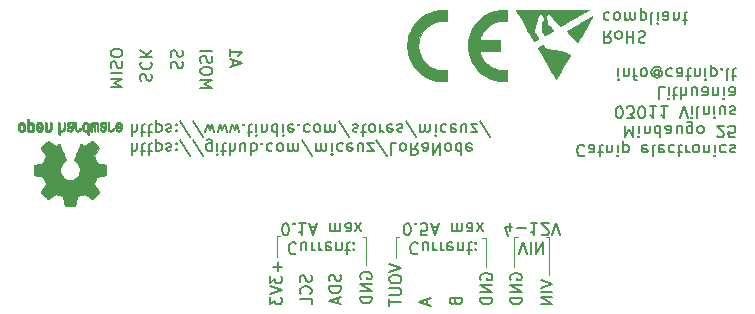
<source format=gbr>
G04 #@! TF.GenerationSoftware,KiCad,Pcbnew,5.99.0-unknown-acdfeee~88~ubuntu18.04.1*
G04 #@! TF.CreationDate,2020-05-13T21:49:14+03:00*
G04 #@! TF.ProjectId,LoRaNode,4c6f5261-4e6f-4646-952e-6b696361645f,1.1*
G04 #@! TF.SameCoordinates,Original*
G04 #@! TF.FileFunction,Legend,Bot*
G04 #@! TF.FilePolarity,Positive*
%FSLAX46Y46*%
G04 Gerber Fmt 4.6, Leading zero omitted, Abs format (unit mm)*
G04 Created by KiCad (PCBNEW 5.99.0-unknown-acdfeee~88~ubuntu18.04.1) date 2020-05-13 21:49:14*
%MOMM*%
%LPD*%
G01*
G04 APERTURE LIST*
%ADD10C,0.150000*%
%ADD11C,0.120000*%
%ADD12C,0.010000*%
%ADD13O,1.802000X1.802000*%
%ADD14O,2.100980X2.100980*%
%ADD15O,1.902000X1.202000*%
%ADD16O,2.302000X1.202000*%
%ADD17C,3.302000*%
G04 APERTURE END LIST*
D10*
X103633333Y-117716547D02*
X103633333Y-117240357D01*
X103347619Y-117811785D02*
X104347619Y-117478452D01*
X103347619Y-117145119D01*
X103347619Y-116287976D02*
X103347619Y-116859404D01*
X103347619Y-116573690D02*
X104347619Y-116573690D01*
X104204761Y-116668928D01*
X104109523Y-116764166D01*
X104061904Y-116859404D01*
X98395238Y-117911785D02*
X98347619Y-117768928D01*
X98347619Y-117530833D01*
X98395238Y-117435595D01*
X98442857Y-117387976D01*
X98538095Y-117340357D01*
X98633333Y-117340357D01*
X98728571Y-117387976D01*
X98776190Y-117435595D01*
X98823809Y-117530833D01*
X98871428Y-117721309D01*
X98919047Y-117816547D01*
X98966666Y-117864166D01*
X99061904Y-117911785D01*
X99157142Y-117911785D01*
X99252380Y-117864166D01*
X99300000Y-117816547D01*
X99347619Y-117721309D01*
X99347619Y-117483214D01*
X99300000Y-117340357D01*
X98395238Y-116959404D02*
X98347619Y-116816547D01*
X98347619Y-116578452D01*
X98395238Y-116483214D01*
X98442857Y-116435595D01*
X98538095Y-116387976D01*
X98633333Y-116387976D01*
X98728571Y-116435595D01*
X98776190Y-116483214D01*
X98823809Y-116578452D01*
X98871428Y-116768928D01*
X98919047Y-116864166D01*
X98966666Y-116911785D01*
X99061904Y-116959404D01*
X99157142Y-116959404D01*
X99252380Y-116911785D01*
X99300000Y-116864166D01*
X99347619Y-116768928D01*
X99347619Y-116530833D01*
X99300000Y-116387976D01*
X100847619Y-119578452D02*
X101847619Y-119578452D01*
X101133333Y-119245119D01*
X101847619Y-118911785D01*
X100847619Y-118911785D01*
X101847619Y-118245119D02*
X101847619Y-118054642D01*
X101800000Y-117959404D01*
X101704761Y-117864166D01*
X101514285Y-117816547D01*
X101180952Y-117816547D01*
X100990476Y-117864166D01*
X100895238Y-117959404D01*
X100847619Y-118054642D01*
X100847619Y-118245119D01*
X100895238Y-118340357D01*
X100990476Y-118435595D01*
X101180952Y-118483214D01*
X101514285Y-118483214D01*
X101704761Y-118435595D01*
X101800000Y-118340357D01*
X101847619Y-118245119D01*
X100895238Y-117435595D02*
X100847619Y-117292738D01*
X100847619Y-117054642D01*
X100895238Y-116959404D01*
X100942857Y-116911785D01*
X101038095Y-116864166D01*
X101133333Y-116864166D01*
X101228571Y-116911785D01*
X101276190Y-116959404D01*
X101323809Y-117054642D01*
X101371428Y-117245119D01*
X101419047Y-117340357D01*
X101466666Y-117387976D01*
X101561904Y-117435595D01*
X101657142Y-117435595D01*
X101752380Y-117387976D01*
X101800000Y-117340357D01*
X101847619Y-117245119D01*
X101847619Y-117007023D01*
X101800000Y-116864166D01*
X100847619Y-116435595D02*
X101847619Y-116435595D01*
X95795238Y-118959404D02*
X95747619Y-118816547D01*
X95747619Y-118578452D01*
X95795238Y-118483214D01*
X95842857Y-118435595D01*
X95938095Y-118387976D01*
X96033333Y-118387976D01*
X96128571Y-118435595D01*
X96176190Y-118483214D01*
X96223809Y-118578452D01*
X96271428Y-118768928D01*
X96319047Y-118864166D01*
X96366666Y-118911785D01*
X96461904Y-118959404D01*
X96557142Y-118959404D01*
X96652380Y-118911785D01*
X96700000Y-118864166D01*
X96747619Y-118768928D01*
X96747619Y-118530833D01*
X96700000Y-118387976D01*
X95842857Y-117387976D02*
X95795238Y-117435595D01*
X95747619Y-117578452D01*
X95747619Y-117673690D01*
X95795238Y-117816547D01*
X95890476Y-117911785D01*
X95985714Y-117959404D01*
X96176190Y-118007023D01*
X96319047Y-118007023D01*
X96509523Y-117959404D01*
X96604761Y-117911785D01*
X96700000Y-117816547D01*
X96747619Y-117673690D01*
X96747619Y-117578452D01*
X96700000Y-117435595D01*
X96652380Y-117387976D01*
X95747619Y-116959404D02*
X96747619Y-116959404D01*
X95747619Y-116387976D02*
X96319047Y-116816547D01*
X96747619Y-116387976D02*
X96176190Y-116959404D01*
X93247619Y-119478452D02*
X94247619Y-119478452D01*
X93533333Y-119145119D01*
X94247619Y-118811785D01*
X93247619Y-118811785D01*
X93247619Y-118335595D02*
X94247619Y-118335595D01*
X93295238Y-117907023D02*
X93247619Y-117764166D01*
X93247619Y-117526071D01*
X93295238Y-117430833D01*
X93342857Y-117383214D01*
X93438095Y-117335595D01*
X93533333Y-117335595D01*
X93628571Y-117383214D01*
X93676190Y-117430833D01*
X93723809Y-117526071D01*
X93771428Y-117716547D01*
X93819047Y-117811785D01*
X93866666Y-117859404D01*
X93961904Y-117907023D01*
X94057142Y-117907023D01*
X94152380Y-117859404D01*
X94200000Y-117811785D01*
X94247619Y-117716547D01*
X94247619Y-117478452D01*
X94200000Y-117335595D01*
X94247619Y-116716547D02*
X94247619Y-116526071D01*
X94200000Y-116430833D01*
X94104761Y-116335595D01*
X93914285Y-116287976D01*
X93580952Y-116287976D01*
X93390476Y-116335595D01*
X93295238Y-116430833D01*
X93247619Y-116526071D01*
X93247619Y-116716547D01*
X93295238Y-116811785D01*
X93390476Y-116907023D01*
X93580952Y-116954642D01*
X93914285Y-116954642D01*
X94104761Y-116907023D01*
X94200000Y-116811785D01*
X94247619Y-116716547D01*
X135607023Y-114752619D02*
X135273690Y-115228809D01*
X135035595Y-114752619D02*
X135035595Y-115752619D01*
X135416547Y-115752619D01*
X135511785Y-115705000D01*
X135559404Y-115657380D01*
X135607023Y-115562142D01*
X135607023Y-115419285D01*
X135559404Y-115324047D01*
X135511785Y-115276428D01*
X135416547Y-115228809D01*
X135035595Y-115228809D01*
X136178452Y-114752619D02*
X136083214Y-114800238D01*
X136035595Y-114847857D01*
X135987976Y-114943095D01*
X135987976Y-115228809D01*
X136035595Y-115324047D01*
X136083214Y-115371666D01*
X136178452Y-115419285D01*
X136321309Y-115419285D01*
X136416547Y-115371666D01*
X136464166Y-115324047D01*
X136511785Y-115228809D01*
X136511785Y-114943095D01*
X136464166Y-114847857D01*
X136416547Y-114800238D01*
X136321309Y-114752619D01*
X136178452Y-114752619D01*
X136940357Y-114752619D02*
X136940357Y-115752619D01*
X136940357Y-115276428D02*
X137511785Y-115276428D01*
X137511785Y-114752619D02*
X137511785Y-115752619D01*
X137940357Y-114800238D02*
X138083214Y-114752619D01*
X138321309Y-114752619D01*
X138416547Y-114800238D01*
X138464166Y-114847857D01*
X138511785Y-114943095D01*
X138511785Y-115038333D01*
X138464166Y-115133571D01*
X138416547Y-115181190D01*
X138321309Y-115228809D01*
X138130833Y-115276428D01*
X138035595Y-115324047D01*
X137987976Y-115371666D01*
X137940357Y-115466904D01*
X137940357Y-115562142D01*
X137987976Y-115657380D01*
X138035595Y-115705000D01*
X138130833Y-115752619D01*
X138368928Y-115752619D01*
X138511785Y-115705000D01*
X135464166Y-113190238D02*
X135368928Y-113142619D01*
X135178452Y-113142619D01*
X135083214Y-113190238D01*
X135035595Y-113237857D01*
X134987976Y-113333095D01*
X134987976Y-113618809D01*
X135035595Y-113714047D01*
X135083214Y-113761666D01*
X135178452Y-113809285D01*
X135368928Y-113809285D01*
X135464166Y-113761666D01*
X136035595Y-113142619D02*
X135940357Y-113190238D01*
X135892738Y-113237857D01*
X135845119Y-113333095D01*
X135845119Y-113618809D01*
X135892738Y-113714047D01*
X135940357Y-113761666D01*
X136035595Y-113809285D01*
X136178452Y-113809285D01*
X136273690Y-113761666D01*
X136321309Y-113714047D01*
X136368928Y-113618809D01*
X136368928Y-113333095D01*
X136321309Y-113237857D01*
X136273690Y-113190238D01*
X136178452Y-113142619D01*
X136035595Y-113142619D01*
X136797500Y-113142619D02*
X136797500Y-113809285D01*
X136797500Y-113714047D02*
X136845119Y-113761666D01*
X136940357Y-113809285D01*
X137083214Y-113809285D01*
X137178452Y-113761666D01*
X137226071Y-113666428D01*
X137226071Y-113142619D01*
X137226071Y-113666428D02*
X137273690Y-113761666D01*
X137368928Y-113809285D01*
X137511785Y-113809285D01*
X137607023Y-113761666D01*
X137654642Y-113666428D01*
X137654642Y-113142619D01*
X138130833Y-113809285D02*
X138130833Y-112809285D01*
X138130833Y-113761666D02*
X138226071Y-113809285D01*
X138416547Y-113809285D01*
X138511785Y-113761666D01*
X138559404Y-113714047D01*
X138607023Y-113618809D01*
X138607023Y-113333095D01*
X138559404Y-113237857D01*
X138511785Y-113190238D01*
X138416547Y-113142619D01*
X138226071Y-113142619D01*
X138130833Y-113190238D01*
X139178452Y-113142619D02*
X139083214Y-113190238D01*
X139035595Y-113285476D01*
X139035595Y-114142619D01*
X139559404Y-113142619D02*
X139559404Y-113809285D01*
X139559404Y-114142619D02*
X139511785Y-114095000D01*
X139559404Y-114047380D01*
X139607023Y-114095000D01*
X139559404Y-114142619D01*
X139559404Y-114047380D01*
X140464166Y-113142619D02*
X140464166Y-113666428D01*
X140416547Y-113761666D01*
X140321309Y-113809285D01*
X140130833Y-113809285D01*
X140035595Y-113761666D01*
X140464166Y-113190238D02*
X140368928Y-113142619D01*
X140130833Y-113142619D01*
X140035595Y-113190238D01*
X139987976Y-113285476D01*
X139987976Y-113380714D01*
X140035595Y-113475952D01*
X140130833Y-113523571D01*
X140368928Y-113523571D01*
X140464166Y-113571190D01*
X140940357Y-113809285D02*
X140940357Y-113142619D01*
X140940357Y-113714047D02*
X140987976Y-113761666D01*
X141083214Y-113809285D01*
X141226071Y-113809285D01*
X141321309Y-113761666D01*
X141368928Y-113666428D01*
X141368928Y-113142619D01*
X141702261Y-113809285D02*
X142083214Y-113809285D01*
X141845119Y-114142619D02*
X141845119Y-113285476D01*
X141892738Y-113190238D01*
X141987976Y-113142619D01*
X142083214Y-113142619D01*
D11*
X130100000Y-132200000D02*
X130400000Y-132200000D01*
X127700000Y-132200000D02*
X127400000Y-132200000D01*
X130400000Y-132200000D02*
X130400000Y-135400000D01*
X127400000Y-132200000D02*
X127400000Y-134700000D01*
X114600000Y-132200000D02*
X114900000Y-132200000D01*
X107600000Y-132100000D02*
X107300000Y-132100000D01*
X114900000Y-132200000D02*
X114900000Y-134600000D01*
X107300000Y-132100000D02*
X107300000Y-133900000D01*
X117700000Y-132200000D02*
X117400000Y-132200000D01*
X117400000Y-132200000D02*
X117400000Y-134000000D01*
X125000000Y-132300000D02*
X125000000Y-134700000D01*
X124700000Y-132300000D02*
X125000000Y-132300000D01*
D10*
X95035595Y-124252619D02*
X95035595Y-125252619D01*
X95464166Y-124252619D02*
X95464166Y-124776428D01*
X95416547Y-124871666D01*
X95321309Y-124919285D01*
X95178452Y-124919285D01*
X95083214Y-124871666D01*
X95035595Y-124824047D01*
X95797500Y-124919285D02*
X96178452Y-124919285D01*
X95940357Y-125252619D02*
X95940357Y-124395476D01*
X95987976Y-124300238D01*
X96083214Y-124252619D01*
X96178452Y-124252619D01*
X96368928Y-124919285D02*
X96749880Y-124919285D01*
X96511785Y-125252619D02*
X96511785Y-124395476D01*
X96559404Y-124300238D01*
X96654642Y-124252619D01*
X96749880Y-124252619D01*
X97083214Y-124919285D02*
X97083214Y-123919285D01*
X97083214Y-124871666D02*
X97178452Y-124919285D01*
X97368928Y-124919285D01*
X97464166Y-124871666D01*
X97511785Y-124824047D01*
X97559404Y-124728809D01*
X97559404Y-124443095D01*
X97511785Y-124347857D01*
X97464166Y-124300238D01*
X97368928Y-124252619D01*
X97178452Y-124252619D01*
X97083214Y-124300238D01*
X97940357Y-124300238D02*
X98035595Y-124252619D01*
X98226071Y-124252619D01*
X98321309Y-124300238D01*
X98368928Y-124395476D01*
X98368928Y-124443095D01*
X98321309Y-124538333D01*
X98226071Y-124585952D01*
X98083214Y-124585952D01*
X97987976Y-124633571D01*
X97940357Y-124728809D01*
X97940357Y-124776428D01*
X97987976Y-124871666D01*
X98083214Y-124919285D01*
X98226071Y-124919285D01*
X98321309Y-124871666D01*
X98797500Y-124347857D02*
X98845119Y-124300238D01*
X98797500Y-124252619D01*
X98749880Y-124300238D01*
X98797500Y-124347857D01*
X98797500Y-124252619D01*
X98797500Y-124871666D02*
X98845119Y-124824047D01*
X98797500Y-124776428D01*
X98749880Y-124824047D01*
X98797500Y-124871666D01*
X98797500Y-124776428D01*
X99987976Y-125300238D02*
X99130833Y-124014523D01*
X101035595Y-125300238D02*
X100178452Y-124014523D01*
X101797500Y-124919285D02*
X101797500Y-124109761D01*
X101749880Y-124014523D01*
X101702261Y-123966904D01*
X101607023Y-123919285D01*
X101464166Y-123919285D01*
X101368928Y-123966904D01*
X101797500Y-124300238D02*
X101702261Y-124252619D01*
X101511785Y-124252619D01*
X101416547Y-124300238D01*
X101368928Y-124347857D01*
X101321309Y-124443095D01*
X101321309Y-124728809D01*
X101368928Y-124824047D01*
X101416547Y-124871666D01*
X101511785Y-124919285D01*
X101702261Y-124919285D01*
X101797500Y-124871666D01*
X102273690Y-124252619D02*
X102273690Y-124919285D01*
X102273690Y-125252619D02*
X102226071Y-125205000D01*
X102273690Y-125157380D01*
X102321309Y-125205000D01*
X102273690Y-125252619D01*
X102273690Y-125157380D01*
X102607023Y-124919285D02*
X102987976Y-124919285D01*
X102749880Y-125252619D02*
X102749880Y-124395476D01*
X102797500Y-124300238D01*
X102892738Y-124252619D01*
X102987976Y-124252619D01*
X103321309Y-124252619D02*
X103321309Y-125252619D01*
X103749880Y-124252619D02*
X103749880Y-124776428D01*
X103702261Y-124871666D01*
X103607023Y-124919285D01*
X103464166Y-124919285D01*
X103368928Y-124871666D01*
X103321309Y-124824047D01*
X104654642Y-124919285D02*
X104654642Y-124252619D01*
X104226071Y-124919285D02*
X104226071Y-124395476D01*
X104273690Y-124300238D01*
X104368928Y-124252619D01*
X104511785Y-124252619D01*
X104607023Y-124300238D01*
X104654642Y-124347857D01*
X105130833Y-124252619D02*
X105130833Y-125252619D01*
X105130833Y-124871666D02*
X105226071Y-124919285D01*
X105416547Y-124919285D01*
X105511785Y-124871666D01*
X105559404Y-124824047D01*
X105607023Y-124728809D01*
X105607023Y-124443095D01*
X105559404Y-124347857D01*
X105511785Y-124300238D01*
X105416547Y-124252619D01*
X105226071Y-124252619D01*
X105130833Y-124300238D01*
X106035595Y-124347857D02*
X106083214Y-124300238D01*
X106035595Y-124252619D01*
X105987976Y-124300238D01*
X106035595Y-124347857D01*
X106035595Y-124252619D01*
X106940357Y-124300238D02*
X106845119Y-124252619D01*
X106654642Y-124252619D01*
X106559404Y-124300238D01*
X106511785Y-124347857D01*
X106464166Y-124443095D01*
X106464166Y-124728809D01*
X106511785Y-124824047D01*
X106559404Y-124871666D01*
X106654642Y-124919285D01*
X106845119Y-124919285D01*
X106940357Y-124871666D01*
X107511785Y-124252619D02*
X107416547Y-124300238D01*
X107368928Y-124347857D01*
X107321309Y-124443095D01*
X107321309Y-124728809D01*
X107368928Y-124824047D01*
X107416547Y-124871666D01*
X107511785Y-124919285D01*
X107654642Y-124919285D01*
X107749880Y-124871666D01*
X107797499Y-124824047D01*
X107845119Y-124728809D01*
X107845119Y-124443095D01*
X107797499Y-124347857D01*
X107749880Y-124300238D01*
X107654642Y-124252619D01*
X107511785Y-124252619D01*
X108273690Y-124252619D02*
X108273690Y-124919285D01*
X108273690Y-124824047D02*
X108321309Y-124871666D01*
X108416547Y-124919285D01*
X108559404Y-124919285D01*
X108654642Y-124871666D01*
X108702261Y-124776428D01*
X108702261Y-124252619D01*
X108702261Y-124776428D02*
X108749880Y-124871666D01*
X108845119Y-124919285D01*
X108987976Y-124919285D01*
X109083214Y-124871666D01*
X109130833Y-124776428D01*
X109130833Y-124252619D01*
X110321309Y-125300238D02*
X109464166Y-124014523D01*
X110654642Y-124252619D02*
X110654642Y-124919285D01*
X110654642Y-124824047D02*
X110702261Y-124871666D01*
X110797499Y-124919285D01*
X110940357Y-124919285D01*
X111035595Y-124871666D01*
X111083214Y-124776428D01*
X111083214Y-124252619D01*
X111083214Y-124776428D02*
X111130833Y-124871666D01*
X111226071Y-124919285D01*
X111368928Y-124919285D01*
X111464166Y-124871666D01*
X111511785Y-124776428D01*
X111511785Y-124252619D01*
X111987976Y-124252619D02*
X111987976Y-124919285D01*
X111987976Y-125252619D02*
X111940357Y-125205000D01*
X111987976Y-125157380D01*
X112035595Y-125205000D01*
X111987976Y-125252619D01*
X111987976Y-125157380D01*
X112892738Y-124300238D02*
X112797499Y-124252619D01*
X112607023Y-124252619D01*
X112511785Y-124300238D01*
X112464166Y-124347857D01*
X112416547Y-124443095D01*
X112416547Y-124728809D01*
X112464166Y-124824047D01*
X112511785Y-124871666D01*
X112607023Y-124919285D01*
X112797499Y-124919285D01*
X112892738Y-124871666D01*
X113702261Y-124300238D02*
X113607023Y-124252619D01*
X113416547Y-124252619D01*
X113321309Y-124300238D01*
X113273690Y-124395476D01*
X113273690Y-124776428D01*
X113321309Y-124871666D01*
X113416547Y-124919285D01*
X113607023Y-124919285D01*
X113702261Y-124871666D01*
X113749880Y-124776428D01*
X113749880Y-124681190D01*
X113273690Y-124585952D01*
X114607023Y-124919285D02*
X114607023Y-124252619D01*
X114178452Y-124919285D02*
X114178452Y-124395476D01*
X114226071Y-124300238D01*
X114321309Y-124252619D01*
X114464166Y-124252619D01*
X114559404Y-124300238D01*
X114607023Y-124347857D01*
X114987976Y-124919285D02*
X115511785Y-124919285D01*
X114987976Y-124252619D01*
X115511785Y-124252619D01*
X116607023Y-125300238D02*
X115749880Y-124014523D01*
X117416547Y-124252619D02*
X116940357Y-124252619D01*
X116940357Y-125252619D01*
X117892738Y-124252619D02*
X117797499Y-124300238D01*
X117749880Y-124347857D01*
X117702261Y-124443095D01*
X117702261Y-124728809D01*
X117749880Y-124824047D01*
X117797499Y-124871666D01*
X117892738Y-124919285D01*
X118035595Y-124919285D01*
X118130833Y-124871666D01*
X118178452Y-124824047D01*
X118226071Y-124728809D01*
X118226071Y-124443095D01*
X118178452Y-124347857D01*
X118130833Y-124300238D01*
X118035595Y-124252619D01*
X117892738Y-124252619D01*
X119226071Y-124252619D02*
X118892738Y-124728809D01*
X118654642Y-124252619D02*
X118654642Y-125252619D01*
X119035595Y-125252619D01*
X119130833Y-125205000D01*
X119178452Y-125157380D01*
X119226071Y-125062142D01*
X119226071Y-124919285D01*
X119178452Y-124824047D01*
X119130833Y-124776428D01*
X119035595Y-124728809D01*
X118654642Y-124728809D01*
X120083214Y-124252619D02*
X120083214Y-124776428D01*
X120035595Y-124871666D01*
X119940357Y-124919285D01*
X119749880Y-124919285D01*
X119654642Y-124871666D01*
X120083214Y-124300238D02*
X119987976Y-124252619D01*
X119749880Y-124252619D01*
X119654642Y-124300238D01*
X119607023Y-124395476D01*
X119607023Y-124490714D01*
X119654642Y-124585952D01*
X119749880Y-124633571D01*
X119987976Y-124633571D01*
X120083214Y-124681190D01*
X120559404Y-124252619D02*
X120559404Y-125252619D01*
X121130833Y-124252619D01*
X121130833Y-125252619D01*
X121749880Y-124252619D02*
X121654642Y-124300238D01*
X121607023Y-124347857D01*
X121559404Y-124443095D01*
X121559404Y-124728809D01*
X121607023Y-124824047D01*
X121654642Y-124871666D01*
X121749880Y-124919285D01*
X121892738Y-124919285D01*
X121987976Y-124871666D01*
X122035595Y-124824047D01*
X122083214Y-124728809D01*
X122083214Y-124443095D01*
X122035595Y-124347857D01*
X121987976Y-124300238D01*
X121892738Y-124252619D01*
X121749880Y-124252619D01*
X122940357Y-124252619D02*
X122940357Y-125252619D01*
X122940357Y-124300238D02*
X122845119Y-124252619D01*
X122654642Y-124252619D01*
X122559404Y-124300238D01*
X122511785Y-124347857D01*
X122464166Y-124443095D01*
X122464166Y-124728809D01*
X122511785Y-124824047D01*
X122559404Y-124871666D01*
X122654642Y-124919285D01*
X122845119Y-124919285D01*
X122940357Y-124871666D01*
X123797500Y-124300238D02*
X123702261Y-124252619D01*
X123511785Y-124252619D01*
X123416547Y-124300238D01*
X123368928Y-124395476D01*
X123368928Y-124776428D01*
X123416547Y-124871666D01*
X123511785Y-124919285D01*
X123702261Y-124919285D01*
X123797500Y-124871666D01*
X123845119Y-124776428D01*
X123845119Y-124681190D01*
X123368928Y-124585952D01*
X95035595Y-122642619D02*
X95035595Y-123642619D01*
X95464166Y-122642619D02*
X95464166Y-123166428D01*
X95416547Y-123261666D01*
X95321309Y-123309285D01*
X95178452Y-123309285D01*
X95083214Y-123261666D01*
X95035595Y-123214047D01*
X95797500Y-123309285D02*
X96178452Y-123309285D01*
X95940357Y-123642619D02*
X95940357Y-122785476D01*
X95987976Y-122690238D01*
X96083214Y-122642619D01*
X96178452Y-122642619D01*
X96368928Y-123309285D02*
X96749880Y-123309285D01*
X96511785Y-123642619D02*
X96511785Y-122785476D01*
X96559404Y-122690238D01*
X96654642Y-122642619D01*
X96749880Y-122642619D01*
X97083214Y-123309285D02*
X97083214Y-122309285D01*
X97083214Y-123261666D02*
X97178452Y-123309285D01*
X97368928Y-123309285D01*
X97464166Y-123261666D01*
X97511785Y-123214047D01*
X97559404Y-123118809D01*
X97559404Y-122833095D01*
X97511785Y-122737857D01*
X97464166Y-122690238D01*
X97368928Y-122642619D01*
X97178452Y-122642619D01*
X97083214Y-122690238D01*
X97940357Y-122690238D02*
X98035595Y-122642619D01*
X98226071Y-122642619D01*
X98321309Y-122690238D01*
X98368928Y-122785476D01*
X98368928Y-122833095D01*
X98321309Y-122928333D01*
X98226071Y-122975952D01*
X98083214Y-122975952D01*
X97987976Y-123023571D01*
X97940357Y-123118809D01*
X97940357Y-123166428D01*
X97987976Y-123261666D01*
X98083214Y-123309285D01*
X98226071Y-123309285D01*
X98321309Y-123261666D01*
X98797500Y-122737857D02*
X98845119Y-122690238D01*
X98797500Y-122642619D01*
X98749880Y-122690238D01*
X98797500Y-122737857D01*
X98797500Y-122642619D01*
X98797500Y-123261666D02*
X98845119Y-123214047D01*
X98797500Y-123166428D01*
X98749880Y-123214047D01*
X98797500Y-123261666D01*
X98797500Y-123166428D01*
X99987976Y-123690238D02*
X99130833Y-122404523D01*
X101035595Y-123690238D02*
X100178452Y-122404523D01*
X101273690Y-123309285D02*
X101464166Y-122642619D01*
X101654642Y-123118809D01*
X101845119Y-122642619D01*
X102035595Y-123309285D01*
X102321309Y-123309285D02*
X102511785Y-122642619D01*
X102702261Y-123118809D01*
X102892738Y-122642619D01*
X103083214Y-123309285D01*
X103368928Y-123309285D02*
X103559404Y-122642619D01*
X103749880Y-123118809D01*
X103940357Y-122642619D01*
X104130833Y-123309285D01*
X104511785Y-122737857D02*
X104559404Y-122690238D01*
X104511785Y-122642619D01*
X104464166Y-122690238D01*
X104511785Y-122737857D01*
X104511785Y-122642619D01*
X104845119Y-123309285D02*
X105226071Y-123309285D01*
X104987976Y-123642619D02*
X104987976Y-122785476D01*
X105035595Y-122690238D01*
X105130833Y-122642619D01*
X105226071Y-122642619D01*
X105559404Y-122642619D02*
X105559404Y-123309285D01*
X105559404Y-123642619D02*
X105511785Y-123595000D01*
X105559404Y-123547380D01*
X105607023Y-123595000D01*
X105559404Y-123642619D01*
X105559404Y-123547380D01*
X106035595Y-123309285D02*
X106035595Y-122642619D01*
X106035595Y-123214047D02*
X106083214Y-123261666D01*
X106178452Y-123309285D01*
X106321309Y-123309285D01*
X106416547Y-123261666D01*
X106464166Y-123166428D01*
X106464166Y-122642619D01*
X107368928Y-122642619D02*
X107368928Y-123642619D01*
X107368928Y-122690238D02*
X107273690Y-122642619D01*
X107083214Y-122642619D01*
X106987976Y-122690238D01*
X106940357Y-122737857D01*
X106892738Y-122833095D01*
X106892738Y-123118809D01*
X106940357Y-123214047D01*
X106987976Y-123261666D01*
X107083214Y-123309285D01*
X107273690Y-123309285D01*
X107368928Y-123261666D01*
X107845119Y-122642619D02*
X107845119Y-123309285D01*
X107845119Y-123642619D02*
X107797500Y-123595000D01*
X107845119Y-123547380D01*
X107892738Y-123595000D01*
X107845119Y-123642619D01*
X107845119Y-123547380D01*
X108702261Y-122690238D02*
X108607023Y-122642619D01*
X108416547Y-122642619D01*
X108321309Y-122690238D01*
X108273690Y-122785476D01*
X108273690Y-123166428D01*
X108321309Y-123261666D01*
X108416547Y-123309285D01*
X108607023Y-123309285D01*
X108702261Y-123261666D01*
X108749880Y-123166428D01*
X108749880Y-123071190D01*
X108273690Y-122975952D01*
X109178452Y-122737857D02*
X109226071Y-122690238D01*
X109178452Y-122642619D01*
X109130833Y-122690238D01*
X109178452Y-122737857D01*
X109178452Y-122642619D01*
X110083214Y-122690238D02*
X109987976Y-122642619D01*
X109797500Y-122642619D01*
X109702261Y-122690238D01*
X109654642Y-122737857D01*
X109607023Y-122833095D01*
X109607023Y-123118809D01*
X109654642Y-123214047D01*
X109702261Y-123261666D01*
X109797500Y-123309285D01*
X109987976Y-123309285D01*
X110083214Y-123261666D01*
X110654642Y-122642619D02*
X110559404Y-122690238D01*
X110511785Y-122737857D01*
X110464166Y-122833095D01*
X110464166Y-123118809D01*
X110511785Y-123214047D01*
X110559404Y-123261666D01*
X110654642Y-123309285D01*
X110797500Y-123309285D01*
X110892738Y-123261666D01*
X110940357Y-123214047D01*
X110987976Y-123118809D01*
X110987976Y-122833095D01*
X110940357Y-122737857D01*
X110892738Y-122690238D01*
X110797500Y-122642619D01*
X110654642Y-122642619D01*
X111416547Y-122642619D02*
X111416547Y-123309285D01*
X111416547Y-123214047D02*
X111464166Y-123261666D01*
X111559404Y-123309285D01*
X111702261Y-123309285D01*
X111797500Y-123261666D01*
X111845119Y-123166428D01*
X111845119Y-122642619D01*
X111845119Y-123166428D02*
X111892738Y-123261666D01*
X111987976Y-123309285D01*
X112130833Y-123309285D01*
X112226071Y-123261666D01*
X112273690Y-123166428D01*
X112273690Y-122642619D01*
X113464166Y-123690238D02*
X112607023Y-122404523D01*
X113749880Y-122690238D02*
X113845119Y-122642619D01*
X114035595Y-122642619D01*
X114130833Y-122690238D01*
X114178452Y-122785476D01*
X114178452Y-122833095D01*
X114130833Y-122928333D01*
X114035595Y-122975952D01*
X113892738Y-122975952D01*
X113797500Y-123023571D01*
X113749880Y-123118809D01*
X113749880Y-123166428D01*
X113797500Y-123261666D01*
X113892738Y-123309285D01*
X114035595Y-123309285D01*
X114130833Y-123261666D01*
X114464166Y-123309285D02*
X114845119Y-123309285D01*
X114607023Y-123642619D02*
X114607023Y-122785476D01*
X114654642Y-122690238D01*
X114749880Y-122642619D01*
X114845119Y-122642619D01*
X115321309Y-122642619D02*
X115226071Y-122690238D01*
X115178452Y-122737857D01*
X115130833Y-122833095D01*
X115130833Y-123118809D01*
X115178452Y-123214047D01*
X115226071Y-123261666D01*
X115321309Y-123309285D01*
X115464166Y-123309285D01*
X115559404Y-123261666D01*
X115607023Y-123214047D01*
X115654642Y-123118809D01*
X115654642Y-122833095D01*
X115607023Y-122737857D01*
X115559404Y-122690238D01*
X115464166Y-122642619D01*
X115321309Y-122642619D01*
X116083214Y-122642619D02*
X116083214Y-123309285D01*
X116083214Y-123118809D02*
X116130833Y-123214047D01*
X116178452Y-123261666D01*
X116273690Y-123309285D01*
X116368928Y-123309285D01*
X117083214Y-122690238D02*
X116987976Y-122642619D01*
X116797500Y-122642619D01*
X116702261Y-122690238D01*
X116654642Y-122785476D01*
X116654642Y-123166428D01*
X116702261Y-123261666D01*
X116797500Y-123309285D01*
X116987976Y-123309285D01*
X117083214Y-123261666D01*
X117130833Y-123166428D01*
X117130833Y-123071190D01*
X116654642Y-122975952D01*
X117511785Y-122690238D02*
X117607023Y-122642619D01*
X117797500Y-122642619D01*
X117892738Y-122690238D01*
X117940357Y-122785476D01*
X117940357Y-122833095D01*
X117892738Y-122928333D01*
X117797500Y-122975952D01*
X117654642Y-122975952D01*
X117559404Y-123023571D01*
X117511785Y-123118809D01*
X117511785Y-123166428D01*
X117559404Y-123261666D01*
X117654642Y-123309285D01*
X117797500Y-123309285D01*
X117892738Y-123261666D01*
X119083214Y-123690238D02*
X118226071Y-122404523D01*
X119416547Y-122642619D02*
X119416547Y-123309285D01*
X119416547Y-123214047D02*
X119464166Y-123261666D01*
X119559404Y-123309285D01*
X119702261Y-123309285D01*
X119797500Y-123261666D01*
X119845119Y-123166428D01*
X119845119Y-122642619D01*
X119845119Y-123166428D02*
X119892738Y-123261666D01*
X119987976Y-123309285D01*
X120130833Y-123309285D01*
X120226071Y-123261666D01*
X120273690Y-123166428D01*
X120273690Y-122642619D01*
X120749880Y-122642619D02*
X120749880Y-123309285D01*
X120749880Y-123642619D02*
X120702261Y-123595000D01*
X120749880Y-123547380D01*
X120797500Y-123595000D01*
X120749880Y-123642619D01*
X120749880Y-123547380D01*
X121654642Y-122690238D02*
X121559404Y-122642619D01*
X121368928Y-122642619D01*
X121273690Y-122690238D01*
X121226071Y-122737857D01*
X121178452Y-122833095D01*
X121178452Y-123118809D01*
X121226071Y-123214047D01*
X121273690Y-123261666D01*
X121368928Y-123309285D01*
X121559404Y-123309285D01*
X121654642Y-123261666D01*
X122464166Y-122690238D02*
X122368928Y-122642619D01*
X122178452Y-122642619D01*
X122083214Y-122690238D01*
X122035595Y-122785476D01*
X122035595Y-123166428D01*
X122083214Y-123261666D01*
X122178452Y-123309285D01*
X122368928Y-123309285D01*
X122464166Y-123261666D01*
X122511785Y-123166428D01*
X122511785Y-123071190D01*
X122035595Y-122975952D01*
X123368928Y-123309285D02*
X123368928Y-122642619D01*
X122940357Y-123309285D02*
X122940357Y-122785476D01*
X122987976Y-122690238D01*
X123083214Y-122642619D01*
X123226071Y-122642619D01*
X123321309Y-122690238D01*
X123368928Y-122737857D01*
X123749880Y-123309285D02*
X124273690Y-123309285D01*
X123749880Y-122642619D01*
X124273690Y-122642619D01*
X125368928Y-123690238D02*
X124511785Y-122404523D01*
X133350119Y-124462857D02*
X133302500Y-124415238D01*
X133159642Y-124367619D01*
X133064404Y-124367619D01*
X132921547Y-124415238D01*
X132826309Y-124510476D01*
X132778690Y-124605714D01*
X132731071Y-124796190D01*
X132731071Y-124939047D01*
X132778690Y-125129523D01*
X132826309Y-125224761D01*
X132921547Y-125320000D01*
X133064404Y-125367619D01*
X133159642Y-125367619D01*
X133302500Y-125320000D01*
X133350119Y-125272380D01*
X134207261Y-124367619D02*
X134207261Y-124891428D01*
X134159642Y-124986666D01*
X134064404Y-125034285D01*
X133873928Y-125034285D01*
X133778690Y-124986666D01*
X134207261Y-124415238D02*
X134112023Y-124367619D01*
X133873928Y-124367619D01*
X133778690Y-124415238D01*
X133731071Y-124510476D01*
X133731071Y-124605714D01*
X133778690Y-124700952D01*
X133873928Y-124748571D01*
X134112023Y-124748571D01*
X134207261Y-124796190D01*
X134540595Y-125034285D02*
X134921547Y-125034285D01*
X134683452Y-125367619D02*
X134683452Y-124510476D01*
X134731071Y-124415238D01*
X134826309Y-124367619D01*
X134921547Y-124367619D01*
X135254880Y-125034285D02*
X135254880Y-124367619D01*
X135254880Y-124939047D02*
X135302500Y-124986666D01*
X135397738Y-125034285D01*
X135540595Y-125034285D01*
X135635833Y-124986666D01*
X135683452Y-124891428D01*
X135683452Y-124367619D01*
X136159642Y-124367619D02*
X136159642Y-125034285D01*
X136159642Y-125367619D02*
X136112023Y-125320000D01*
X136159642Y-125272380D01*
X136207261Y-125320000D01*
X136159642Y-125367619D01*
X136159642Y-125272380D01*
X136635833Y-125034285D02*
X136635833Y-124034285D01*
X136635833Y-124986666D02*
X136731071Y-125034285D01*
X136921547Y-125034285D01*
X137016785Y-124986666D01*
X137064404Y-124939047D01*
X137112023Y-124843809D01*
X137112023Y-124558095D01*
X137064404Y-124462857D01*
X137016785Y-124415238D01*
X136921547Y-124367619D01*
X136731071Y-124367619D01*
X136635833Y-124415238D01*
X138683452Y-124415238D02*
X138588214Y-124367619D01*
X138397738Y-124367619D01*
X138302500Y-124415238D01*
X138254880Y-124510476D01*
X138254880Y-124891428D01*
X138302500Y-124986666D01*
X138397738Y-125034285D01*
X138588214Y-125034285D01*
X138683452Y-124986666D01*
X138731071Y-124891428D01*
X138731071Y-124796190D01*
X138254880Y-124700952D01*
X139302500Y-124367619D02*
X139207261Y-124415238D01*
X139159642Y-124510476D01*
X139159642Y-125367619D01*
X140064404Y-124415238D02*
X139969166Y-124367619D01*
X139778690Y-124367619D01*
X139683452Y-124415238D01*
X139635833Y-124510476D01*
X139635833Y-124891428D01*
X139683452Y-124986666D01*
X139778690Y-125034285D01*
X139969166Y-125034285D01*
X140064404Y-124986666D01*
X140112023Y-124891428D01*
X140112023Y-124796190D01*
X139635833Y-124700952D01*
X140969166Y-124415238D02*
X140873928Y-124367619D01*
X140683452Y-124367619D01*
X140588214Y-124415238D01*
X140540595Y-124462857D01*
X140492976Y-124558095D01*
X140492976Y-124843809D01*
X140540595Y-124939047D01*
X140588214Y-124986666D01*
X140683452Y-125034285D01*
X140873928Y-125034285D01*
X140969166Y-124986666D01*
X141254880Y-125034285D02*
X141635833Y-125034285D01*
X141397738Y-125367619D02*
X141397738Y-124510476D01*
X141445357Y-124415238D01*
X141540595Y-124367619D01*
X141635833Y-124367619D01*
X141969166Y-124367619D02*
X141969166Y-125034285D01*
X141969166Y-124843809D02*
X142016785Y-124939047D01*
X142064404Y-124986666D01*
X142159642Y-125034285D01*
X142254880Y-125034285D01*
X142731071Y-124367619D02*
X142635833Y-124415238D01*
X142588214Y-124462857D01*
X142540595Y-124558095D01*
X142540595Y-124843809D01*
X142588214Y-124939047D01*
X142635833Y-124986666D01*
X142731071Y-125034285D01*
X142873928Y-125034285D01*
X142969166Y-124986666D01*
X143016785Y-124939047D01*
X143064404Y-124843809D01*
X143064404Y-124558095D01*
X143016785Y-124462857D01*
X142969166Y-124415238D01*
X142873928Y-124367619D01*
X142731071Y-124367619D01*
X143492976Y-125034285D02*
X143492976Y-124367619D01*
X143492976Y-124939047D02*
X143540595Y-124986666D01*
X143635833Y-125034285D01*
X143778690Y-125034285D01*
X143873928Y-124986666D01*
X143921547Y-124891428D01*
X143921547Y-124367619D01*
X144397738Y-124367619D02*
X144397738Y-125034285D01*
X144397738Y-125367619D02*
X144350119Y-125320000D01*
X144397738Y-125272380D01*
X144445357Y-125320000D01*
X144397738Y-125367619D01*
X144397738Y-125272380D01*
X145302500Y-124415238D02*
X145207261Y-124367619D01*
X145016785Y-124367619D01*
X144921547Y-124415238D01*
X144873928Y-124462857D01*
X144826309Y-124558095D01*
X144826309Y-124843809D01*
X144873928Y-124939047D01*
X144921547Y-124986666D01*
X145016785Y-125034285D01*
X145207261Y-125034285D01*
X145302500Y-124986666D01*
X145683452Y-124415238D02*
X145778690Y-124367619D01*
X145969166Y-124367619D01*
X146064404Y-124415238D01*
X146112023Y-124510476D01*
X146112023Y-124558095D01*
X146064404Y-124653333D01*
X145969166Y-124700952D01*
X145826309Y-124700952D01*
X145731071Y-124748571D01*
X145683452Y-124843809D01*
X145683452Y-124891428D01*
X145731071Y-124986666D01*
X145826309Y-125034285D01*
X145969166Y-125034285D01*
X146064404Y-124986666D01*
X136826309Y-122757619D02*
X136826309Y-123757619D01*
X137159642Y-123043333D01*
X137492976Y-123757619D01*
X137492976Y-122757619D01*
X137969166Y-122757619D02*
X137969166Y-123424285D01*
X137969166Y-123757619D02*
X137921547Y-123710000D01*
X137969166Y-123662380D01*
X138016785Y-123710000D01*
X137969166Y-123757619D01*
X137969166Y-123662380D01*
X138445357Y-123424285D02*
X138445357Y-122757619D01*
X138445357Y-123329047D02*
X138492976Y-123376666D01*
X138588214Y-123424285D01*
X138731071Y-123424285D01*
X138826309Y-123376666D01*
X138873928Y-123281428D01*
X138873928Y-122757619D01*
X139778690Y-122757619D02*
X139778690Y-123757619D01*
X139778690Y-122805238D02*
X139683452Y-122757619D01*
X139492976Y-122757619D01*
X139397738Y-122805238D01*
X139350119Y-122852857D01*
X139302500Y-122948095D01*
X139302500Y-123233809D01*
X139350119Y-123329047D01*
X139397738Y-123376666D01*
X139492976Y-123424285D01*
X139683452Y-123424285D01*
X139778690Y-123376666D01*
X140683452Y-122757619D02*
X140683452Y-123281428D01*
X140635833Y-123376666D01*
X140540595Y-123424285D01*
X140350119Y-123424285D01*
X140254880Y-123376666D01*
X140683452Y-122805238D02*
X140588214Y-122757619D01*
X140350119Y-122757619D01*
X140254880Y-122805238D01*
X140207261Y-122900476D01*
X140207261Y-122995714D01*
X140254880Y-123090952D01*
X140350119Y-123138571D01*
X140588214Y-123138571D01*
X140683452Y-123186190D01*
X141588214Y-123424285D02*
X141588214Y-122757619D01*
X141159642Y-123424285D02*
X141159642Y-122900476D01*
X141207261Y-122805238D01*
X141302500Y-122757619D01*
X141445357Y-122757619D01*
X141540595Y-122805238D01*
X141588214Y-122852857D01*
X142492976Y-123424285D02*
X142492976Y-122614761D01*
X142445357Y-122519523D01*
X142397738Y-122471904D01*
X142302500Y-122424285D01*
X142159642Y-122424285D01*
X142064404Y-122471904D01*
X142492976Y-122805238D02*
X142397738Y-122757619D01*
X142207261Y-122757619D01*
X142112023Y-122805238D01*
X142064404Y-122852857D01*
X142016785Y-122948095D01*
X142016785Y-123233809D01*
X142064404Y-123329047D01*
X142112023Y-123376666D01*
X142207261Y-123424285D01*
X142397738Y-123424285D01*
X142492976Y-123376666D01*
X143112023Y-122757619D02*
X143016785Y-122805238D01*
X142969166Y-122852857D01*
X142921547Y-122948095D01*
X142921547Y-123233809D01*
X142969166Y-123329047D01*
X143016785Y-123376666D01*
X143112023Y-123424285D01*
X143254880Y-123424285D01*
X143350119Y-123376666D01*
X143397738Y-123329047D01*
X143445357Y-123233809D01*
X143445357Y-122948095D01*
X143397738Y-122852857D01*
X143350119Y-122805238D01*
X143254880Y-122757619D01*
X143112023Y-122757619D01*
X144588214Y-123662380D02*
X144635833Y-123710000D01*
X144731071Y-123757619D01*
X144969166Y-123757619D01*
X145064404Y-123710000D01*
X145112023Y-123662380D01*
X145159642Y-123567142D01*
X145159642Y-123471904D01*
X145112023Y-123329047D01*
X144540595Y-122757619D01*
X145159642Y-122757619D01*
X146064404Y-123757619D02*
X145588214Y-123757619D01*
X145540595Y-123281428D01*
X145588214Y-123329047D01*
X145683452Y-123376666D01*
X145921547Y-123376666D01*
X146016785Y-123329047D01*
X146064404Y-123281428D01*
X146112023Y-123186190D01*
X146112023Y-122948095D01*
X146064404Y-122852857D01*
X146016785Y-122805238D01*
X145921547Y-122757619D01*
X145683452Y-122757619D01*
X145588214Y-122805238D01*
X145540595Y-122852857D01*
X136254880Y-122147619D02*
X136350119Y-122147619D01*
X136445357Y-122100000D01*
X136492976Y-122052380D01*
X136540595Y-121957142D01*
X136588214Y-121766666D01*
X136588214Y-121528571D01*
X136540595Y-121338095D01*
X136492976Y-121242857D01*
X136445357Y-121195238D01*
X136350119Y-121147619D01*
X136254880Y-121147619D01*
X136159642Y-121195238D01*
X136112023Y-121242857D01*
X136064404Y-121338095D01*
X136016785Y-121528571D01*
X136016785Y-121766666D01*
X136064404Y-121957142D01*
X136112023Y-122052380D01*
X136159642Y-122100000D01*
X136254880Y-122147619D01*
X136921547Y-122147619D02*
X137540595Y-122147619D01*
X137207261Y-121766666D01*
X137350119Y-121766666D01*
X137445357Y-121719047D01*
X137492976Y-121671428D01*
X137540595Y-121576190D01*
X137540595Y-121338095D01*
X137492976Y-121242857D01*
X137445357Y-121195238D01*
X137350119Y-121147619D01*
X137064404Y-121147619D01*
X136969166Y-121195238D01*
X136921547Y-121242857D01*
X138159642Y-122147619D02*
X138254880Y-122147619D01*
X138350119Y-122100000D01*
X138397738Y-122052380D01*
X138445357Y-121957142D01*
X138492976Y-121766666D01*
X138492976Y-121528571D01*
X138445357Y-121338095D01*
X138397738Y-121242857D01*
X138350119Y-121195238D01*
X138254880Y-121147619D01*
X138159642Y-121147619D01*
X138064404Y-121195238D01*
X138016785Y-121242857D01*
X137969166Y-121338095D01*
X137921547Y-121528571D01*
X137921547Y-121766666D01*
X137969166Y-121957142D01*
X138016785Y-122052380D01*
X138064404Y-122100000D01*
X138159642Y-122147619D01*
X139445357Y-121147619D02*
X138873928Y-121147619D01*
X139159642Y-121147619D02*
X139159642Y-122147619D01*
X139064404Y-122004761D01*
X138969166Y-121909523D01*
X138873928Y-121861904D01*
X140397738Y-121147619D02*
X139826309Y-121147619D01*
X140112023Y-121147619D02*
X140112023Y-122147619D01*
X140016785Y-122004761D01*
X139921547Y-121909523D01*
X139826309Y-121861904D01*
X141445357Y-122147619D02*
X141778690Y-121147619D01*
X142112023Y-122147619D01*
X142445357Y-121147619D02*
X142445357Y-121814285D01*
X142445357Y-122147619D02*
X142397738Y-122100000D01*
X142445357Y-122052380D01*
X142492976Y-122100000D01*
X142445357Y-122147619D01*
X142445357Y-122052380D01*
X143064404Y-121147619D02*
X142969166Y-121195238D01*
X142921547Y-121290476D01*
X142921547Y-122147619D01*
X143445357Y-121814285D02*
X143445357Y-121147619D01*
X143445357Y-121719047D02*
X143492976Y-121766666D01*
X143588214Y-121814285D01*
X143731071Y-121814285D01*
X143826309Y-121766666D01*
X143873928Y-121671428D01*
X143873928Y-121147619D01*
X144350119Y-121147619D02*
X144350119Y-121814285D01*
X144350119Y-122147619D02*
X144302500Y-122100000D01*
X144350119Y-122052380D01*
X144397738Y-122100000D01*
X144350119Y-122147619D01*
X144350119Y-122052380D01*
X145254880Y-121814285D02*
X145254880Y-121147619D01*
X144826309Y-121814285D02*
X144826309Y-121290476D01*
X144873928Y-121195238D01*
X144969166Y-121147619D01*
X145112023Y-121147619D01*
X145207261Y-121195238D01*
X145254880Y-121242857D01*
X145683452Y-121195238D02*
X145778690Y-121147619D01*
X145969166Y-121147619D01*
X146064404Y-121195238D01*
X146112023Y-121290476D01*
X146112023Y-121338095D01*
X146064404Y-121433333D01*
X145969166Y-121480952D01*
X145826309Y-121480952D01*
X145731071Y-121528571D01*
X145683452Y-121623809D01*
X145683452Y-121671428D01*
X145731071Y-121766666D01*
X145826309Y-121814285D01*
X145969166Y-121814285D01*
X146064404Y-121766666D01*
X140159642Y-119537619D02*
X139683452Y-119537619D01*
X139683452Y-120537619D01*
X140492976Y-119537619D02*
X140492976Y-120204285D01*
X140492976Y-120537619D02*
X140445357Y-120490000D01*
X140492976Y-120442380D01*
X140540595Y-120490000D01*
X140492976Y-120537619D01*
X140492976Y-120442380D01*
X140826309Y-120204285D02*
X141207261Y-120204285D01*
X140969166Y-120537619D02*
X140969166Y-119680476D01*
X141016785Y-119585238D01*
X141112023Y-119537619D01*
X141207261Y-119537619D01*
X141540595Y-119537619D02*
X141540595Y-120537619D01*
X141969166Y-119537619D02*
X141969166Y-120061428D01*
X141921547Y-120156666D01*
X141826309Y-120204285D01*
X141683452Y-120204285D01*
X141588214Y-120156666D01*
X141540595Y-120109047D01*
X142873928Y-120204285D02*
X142873928Y-119537619D01*
X142445357Y-120204285D02*
X142445357Y-119680476D01*
X142492976Y-119585238D01*
X142588214Y-119537619D01*
X142731071Y-119537619D01*
X142826309Y-119585238D01*
X142873928Y-119632857D01*
X143778690Y-119537619D02*
X143778690Y-120061428D01*
X143731071Y-120156666D01*
X143635833Y-120204285D01*
X143445357Y-120204285D01*
X143350119Y-120156666D01*
X143778690Y-119585238D02*
X143683452Y-119537619D01*
X143445357Y-119537619D01*
X143350119Y-119585238D01*
X143302500Y-119680476D01*
X143302500Y-119775714D01*
X143350119Y-119870952D01*
X143445357Y-119918571D01*
X143683452Y-119918571D01*
X143778690Y-119966190D01*
X144254880Y-120204285D02*
X144254880Y-119537619D01*
X144254880Y-120109047D02*
X144302500Y-120156666D01*
X144397738Y-120204285D01*
X144540595Y-120204285D01*
X144635833Y-120156666D01*
X144683452Y-120061428D01*
X144683452Y-119537619D01*
X145159642Y-119537619D02*
X145159642Y-120204285D01*
X145159642Y-120537619D02*
X145112023Y-120490000D01*
X145159642Y-120442380D01*
X145207261Y-120490000D01*
X145159642Y-120537619D01*
X145159642Y-120442380D01*
X146064404Y-119537619D02*
X146064404Y-120061428D01*
X146016785Y-120156666D01*
X145921547Y-120204285D01*
X145731071Y-120204285D01*
X145635833Y-120156666D01*
X146064404Y-119585238D02*
X145969166Y-119537619D01*
X145731071Y-119537619D01*
X145635833Y-119585238D01*
X145588214Y-119680476D01*
X145588214Y-119775714D01*
X145635833Y-119870952D01*
X145731071Y-119918571D01*
X145969166Y-119918571D01*
X146064404Y-119966190D01*
X136207261Y-117927619D02*
X136207261Y-118594285D01*
X136207261Y-118927619D02*
X136159642Y-118880000D01*
X136207261Y-118832380D01*
X136254880Y-118880000D01*
X136207261Y-118927619D01*
X136207261Y-118832380D01*
X136683452Y-118594285D02*
X136683452Y-117927619D01*
X136683452Y-118499047D02*
X136731071Y-118546666D01*
X136826309Y-118594285D01*
X136969166Y-118594285D01*
X137064404Y-118546666D01*
X137112023Y-118451428D01*
X137112023Y-117927619D01*
X137445357Y-118594285D02*
X137826309Y-118594285D01*
X137588214Y-117927619D02*
X137588214Y-118784761D01*
X137635833Y-118880000D01*
X137731071Y-118927619D01*
X137826309Y-118927619D01*
X138302500Y-117927619D02*
X138207261Y-117975238D01*
X138159642Y-118022857D01*
X138112023Y-118118095D01*
X138112023Y-118403809D01*
X138159642Y-118499047D01*
X138207261Y-118546666D01*
X138302500Y-118594285D01*
X138445357Y-118594285D01*
X138540595Y-118546666D01*
X138588214Y-118499047D01*
X138635833Y-118403809D01*
X138635833Y-118118095D01*
X138588214Y-118022857D01*
X138540595Y-117975238D01*
X138445357Y-117927619D01*
X138302500Y-117927619D01*
X139683452Y-118403809D02*
X139635833Y-118451428D01*
X139540595Y-118499047D01*
X139445357Y-118499047D01*
X139350119Y-118451428D01*
X139302500Y-118403809D01*
X139254880Y-118308571D01*
X139254880Y-118213333D01*
X139302500Y-118118095D01*
X139350119Y-118070476D01*
X139445357Y-118022857D01*
X139540595Y-118022857D01*
X139635833Y-118070476D01*
X139683452Y-118118095D01*
X139683452Y-118499047D02*
X139683452Y-118118095D01*
X139731071Y-118070476D01*
X139778690Y-118070476D01*
X139873928Y-118118095D01*
X139921547Y-118213333D01*
X139921547Y-118451428D01*
X139826309Y-118594285D01*
X139683452Y-118689523D01*
X139492976Y-118737142D01*
X139302500Y-118689523D01*
X139159642Y-118594285D01*
X139064404Y-118451428D01*
X139016785Y-118260952D01*
X139064404Y-118070476D01*
X139159642Y-117927619D01*
X139302500Y-117832380D01*
X139492976Y-117784761D01*
X139683452Y-117832380D01*
X139826309Y-117927619D01*
X140778690Y-117975238D02*
X140683452Y-117927619D01*
X140492976Y-117927619D01*
X140397738Y-117975238D01*
X140350119Y-118022857D01*
X140302500Y-118118095D01*
X140302500Y-118403809D01*
X140350119Y-118499047D01*
X140397738Y-118546666D01*
X140492976Y-118594285D01*
X140683452Y-118594285D01*
X140778690Y-118546666D01*
X141635833Y-117927619D02*
X141635833Y-118451428D01*
X141588214Y-118546666D01*
X141492976Y-118594285D01*
X141302500Y-118594285D01*
X141207261Y-118546666D01*
X141635833Y-117975238D02*
X141540595Y-117927619D01*
X141302500Y-117927619D01*
X141207261Y-117975238D01*
X141159642Y-118070476D01*
X141159642Y-118165714D01*
X141207261Y-118260952D01*
X141302500Y-118308571D01*
X141540595Y-118308571D01*
X141635833Y-118356190D01*
X141969166Y-118594285D02*
X142350119Y-118594285D01*
X142112023Y-118927619D02*
X142112023Y-118070476D01*
X142159642Y-117975238D01*
X142254880Y-117927619D01*
X142350119Y-117927619D01*
X142683452Y-118594285D02*
X142683452Y-117927619D01*
X142683452Y-118499047D02*
X142731071Y-118546666D01*
X142826309Y-118594285D01*
X142969166Y-118594285D01*
X143064404Y-118546666D01*
X143112023Y-118451428D01*
X143112023Y-117927619D01*
X143588214Y-117927619D02*
X143588214Y-118594285D01*
X143588214Y-118927619D02*
X143540595Y-118880000D01*
X143588214Y-118832380D01*
X143635833Y-118880000D01*
X143588214Y-118927619D01*
X143588214Y-118832380D01*
X144064404Y-118594285D02*
X144064404Y-117594285D01*
X144064404Y-118546666D02*
X144159642Y-118594285D01*
X144350119Y-118594285D01*
X144445357Y-118546666D01*
X144492976Y-118499047D01*
X144540595Y-118403809D01*
X144540595Y-118118095D01*
X144492976Y-118022857D01*
X144445357Y-117975238D01*
X144350119Y-117927619D01*
X144159642Y-117927619D01*
X144064404Y-117975238D01*
X144969166Y-118022857D02*
X145016785Y-117975238D01*
X144969166Y-117927619D01*
X144921547Y-117975238D01*
X144969166Y-118022857D01*
X144969166Y-117927619D01*
X145588214Y-117927619D02*
X145492976Y-117975238D01*
X145445357Y-118070476D01*
X145445357Y-118927619D01*
X145826309Y-118594285D02*
X146207261Y-118594285D01*
X145969166Y-118927619D02*
X145969166Y-118070476D01*
X146016785Y-117975238D01*
X146112023Y-117927619D01*
X146207261Y-117927619D01*
X127804761Y-133652619D02*
X128138095Y-132652619D01*
X128471428Y-133652619D01*
X128804761Y-132652619D02*
X128804761Y-133652619D01*
X129280952Y-132652619D02*
X129280952Y-133652619D01*
X129852380Y-132652619D01*
X129852380Y-133652619D01*
X127090476Y-131709285D02*
X127090476Y-131042619D01*
X126852380Y-132090238D02*
X126614285Y-131375952D01*
X127233333Y-131375952D01*
X127614285Y-131423571D02*
X128376190Y-131423571D01*
X129376190Y-131042619D02*
X128804761Y-131042619D01*
X129090476Y-131042619D02*
X129090476Y-132042619D01*
X128995238Y-131899761D01*
X128900000Y-131804523D01*
X128804761Y-131756904D01*
X129757142Y-131947380D02*
X129804761Y-131995000D01*
X129900000Y-132042619D01*
X130138095Y-132042619D01*
X130233333Y-131995000D01*
X130280952Y-131947380D01*
X130328571Y-131852142D01*
X130328571Y-131756904D01*
X130280952Y-131614047D01*
X129709523Y-131042619D01*
X130328571Y-131042619D01*
X130614285Y-132042619D02*
X130947619Y-131042619D01*
X131280952Y-132042619D01*
X119233333Y-132747857D02*
X119185714Y-132700238D01*
X119042857Y-132652619D01*
X118947619Y-132652619D01*
X118804761Y-132700238D01*
X118709523Y-132795476D01*
X118661904Y-132890714D01*
X118614285Y-133081190D01*
X118614285Y-133224047D01*
X118661904Y-133414523D01*
X118709523Y-133509761D01*
X118804761Y-133605000D01*
X118947619Y-133652619D01*
X119042857Y-133652619D01*
X119185714Y-133605000D01*
X119233333Y-133557380D01*
X120090476Y-133319285D02*
X120090476Y-132652619D01*
X119661904Y-133319285D02*
X119661904Y-132795476D01*
X119709523Y-132700238D01*
X119804761Y-132652619D01*
X119947619Y-132652619D01*
X120042857Y-132700238D01*
X120090476Y-132747857D01*
X120566666Y-132652619D02*
X120566666Y-133319285D01*
X120566666Y-133128809D02*
X120614285Y-133224047D01*
X120661904Y-133271666D01*
X120757142Y-133319285D01*
X120852380Y-133319285D01*
X121185714Y-132652619D02*
X121185714Y-133319285D01*
X121185714Y-133128809D02*
X121233333Y-133224047D01*
X121280952Y-133271666D01*
X121376190Y-133319285D01*
X121471428Y-133319285D01*
X122185714Y-132700238D02*
X122090476Y-132652619D01*
X121900000Y-132652619D01*
X121804761Y-132700238D01*
X121757142Y-132795476D01*
X121757142Y-133176428D01*
X121804761Y-133271666D01*
X121900000Y-133319285D01*
X122090476Y-133319285D01*
X122185714Y-133271666D01*
X122233333Y-133176428D01*
X122233333Y-133081190D01*
X121757142Y-132985952D01*
X122661904Y-133319285D02*
X122661904Y-132652619D01*
X122661904Y-133224047D02*
X122709523Y-133271666D01*
X122804761Y-133319285D01*
X122947619Y-133319285D01*
X123042857Y-133271666D01*
X123090476Y-133176428D01*
X123090476Y-132652619D01*
X123423809Y-133319285D02*
X123804761Y-133319285D01*
X123566666Y-133652619D02*
X123566666Y-132795476D01*
X123614285Y-132700238D01*
X123709523Y-132652619D01*
X123804761Y-132652619D01*
X124138095Y-132747857D02*
X124185714Y-132700238D01*
X124138095Y-132652619D01*
X124090476Y-132700238D01*
X124138095Y-132747857D01*
X124138095Y-132652619D01*
X124138095Y-133271666D02*
X124185714Y-133224047D01*
X124138095Y-133176428D01*
X124090476Y-133224047D01*
X124138095Y-133271666D01*
X124138095Y-133176428D01*
X118304761Y-132042619D02*
X118400000Y-132042619D01*
X118495238Y-131995000D01*
X118542857Y-131947380D01*
X118590476Y-131852142D01*
X118638095Y-131661666D01*
X118638095Y-131423571D01*
X118590476Y-131233095D01*
X118542857Y-131137857D01*
X118495238Y-131090238D01*
X118400000Y-131042619D01*
X118304761Y-131042619D01*
X118209523Y-131090238D01*
X118161904Y-131137857D01*
X118114285Y-131233095D01*
X118066666Y-131423571D01*
X118066666Y-131661666D01*
X118114285Y-131852142D01*
X118161904Y-131947380D01*
X118209523Y-131995000D01*
X118304761Y-132042619D01*
X119066666Y-131137857D02*
X119114285Y-131090238D01*
X119066666Y-131042619D01*
X119019047Y-131090238D01*
X119066666Y-131137857D01*
X119066666Y-131042619D01*
X120019047Y-132042619D02*
X119542857Y-132042619D01*
X119495238Y-131566428D01*
X119542857Y-131614047D01*
X119638095Y-131661666D01*
X119876190Y-131661666D01*
X119971428Y-131614047D01*
X120019047Y-131566428D01*
X120066666Y-131471190D01*
X120066666Y-131233095D01*
X120019047Y-131137857D01*
X119971428Y-131090238D01*
X119876190Y-131042619D01*
X119638095Y-131042619D01*
X119542857Y-131090238D01*
X119495238Y-131137857D01*
X120447619Y-131328333D02*
X120923809Y-131328333D01*
X120352380Y-131042619D02*
X120685714Y-132042619D01*
X121019047Y-131042619D01*
X122114285Y-131042619D02*
X122114285Y-131709285D01*
X122114285Y-131614047D02*
X122161904Y-131661666D01*
X122257142Y-131709285D01*
X122400000Y-131709285D01*
X122495238Y-131661666D01*
X122542857Y-131566428D01*
X122542857Y-131042619D01*
X122542857Y-131566428D02*
X122590476Y-131661666D01*
X122685714Y-131709285D01*
X122828571Y-131709285D01*
X122923809Y-131661666D01*
X122971428Y-131566428D01*
X122971428Y-131042619D01*
X123876190Y-131042619D02*
X123876190Y-131566428D01*
X123828571Y-131661666D01*
X123733333Y-131709285D01*
X123542857Y-131709285D01*
X123447619Y-131661666D01*
X123876190Y-131090238D02*
X123780952Y-131042619D01*
X123542857Y-131042619D01*
X123447619Y-131090238D01*
X123400000Y-131185476D01*
X123400000Y-131280714D01*
X123447619Y-131375952D01*
X123542857Y-131423571D01*
X123780952Y-131423571D01*
X123876190Y-131471190D01*
X124257142Y-131042619D02*
X124780952Y-131709285D01*
X124257142Y-131709285D02*
X124780952Y-131042619D01*
X108933333Y-132747857D02*
X108885714Y-132700238D01*
X108742857Y-132652619D01*
X108647619Y-132652619D01*
X108504761Y-132700238D01*
X108409523Y-132795476D01*
X108361904Y-132890714D01*
X108314285Y-133081190D01*
X108314285Y-133224047D01*
X108361904Y-133414523D01*
X108409523Y-133509761D01*
X108504761Y-133605000D01*
X108647619Y-133652619D01*
X108742857Y-133652619D01*
X108885714Y-133605000D01*
X108933333Y-133557380D01*
X109790476Y-133319285D02*
X109790476Y-132652619D01*
X109361904Y-133319285D02*
X109361904Y-132795476D01*
X109409523Y-132700238D01*
X109504761Y-132652619D01*
X109647619Y-132652619D01*
X109742857Y-132700238D01*
X109790476Y-132747857D01*
X110266666Y-132652619D02*
X110266666Y-133319285D01*
X110266666Y-133128809D02*
X110314285Y-133224047D01*
X110361904Y-133271666D01*
X110457142Y-133319285D01*
X110552380Y-133319285D01*
X110885714Y-132652619D02*
X110885714Y-133319285D01*
X110885714Y-133128809D02*
X110933333Y-133224047D01*
X110980952Y-133271666D01*
X111076190Y-133319285D01*
X111171428Y-133319285D01*
X111885714Y-132700238D02*
X111790476Y-132652619D01*
X111600000Y-132652619D01*
X111504761Y-132700238D01*
X111457142Y-132795476D01*
X111457142Y-133176428D01*
X111504761Y-133271666D01*
X111600000Y-133319285D01*
X111790476Y-133319285D01*
X111885714Y-133271666D01*
X111933333Y-133176428D01*
X111933333Y-133081190D01*
X111457142Y-132985952D01*
X112361904Y-133319285D02*
X112361904Y-132652619D01*
X112361904Y-133224047D02*
X112409523Y-133271666D01*
X112504761Y-133319285D01*
X112647619Y-133319285D01*
X112742857Y-133271666D01*
X112790476Y-133176428D01*
X112790476Y-132652619D01*
X113123809Y-133319285D02*
X113504761Y-133319285D01*
X113266666Y-133652619D02*
X113266666Y-132795476D01*
X113314285Y-132700238D01*
X113409523Y-132652619D01*
X113504761Y-132652619D01*
X113838095Y-132747857D02*
X113885714Y-132700238D01*
X113838095Y-132652619D01*
X113790476Y-132700238D01*
X113838095Y-132747857D01*
X113838095Y-132652619D01*
X113838095Y-133271666D02*
X113885714Y-133224047D01*
X113838095Y-133176428D01*
X113790476Y-133224047D01*
X113838095Y-133271666D01*
X113838095Y-133176428D01*
X108004761Y-132042619D02*
X108100000Y-132042619D01*
X108195238Y-131995000D01*
X108242857Y-131947380D01*
X108290476Y-131852142D01*
X108338095Y-131661666D01*
X108338095Y-131423571D01*
X108290476Y-131233095D01*
X108242857Y-131137857D01*
X108195238Y-131090238D01*
X108100000Y-131042619D01*
X108004761Y-131042619D01*
X107909523Y-131090238D01*
X107861904Y-131137857D01*
X107814285Y-131233095D01*
X107766666Y-131423571D01*
X107766666Y-131661666D01*
X107814285Y-131852142D01*
X107861904Y-131947380D01*
X107909523Y-131995000D01*
X108004761Y-132042619D01*
X108766666Y-131137857D02*
X108814285Y-131090238D01*
X108766666Y-131042619D01*
X108719047Y-131090238D01*
X108766666Y-131137857D01*
X108766666Y-131042619D01*
X109766666Y-131042619D02*
X109195238Y-131042619D01*
X109480952Y-131042619D02*
X109480952Y-132042619D01*
X109385714Y-131899761D01*
X109290476Y-131804523D01*
X109195238Y-131756904D01*
X110147619Y-131328333D02*
X110623809Y-131328333D01*
X110052380Y-131042619D02*
X110385714Y-132042619D01*
X110719047Y-131042619D01*
X111814285Y-131042619D02*
X111814285Y-131709285D01*
X111814285Y-131614047D02*
X111861904Y-131661666D01*
X111957142Y-131709285D01*
X112100000Y-131709285D01*
X112195238Y-131661666D01*
X112242857Y-131566428D01*
X112242857Y-131042619D01*
X112242857Y-131566428D02*
X112290476Y-131661666D01*
X112385714Y-131709285D01*
X112528571Y-131709285D01*
X112623809Y-131661666D01*
X112671428Y-131566428D01*
X112671428Y-131042619D01*
X113576190Y-131042619D02*
X113576190Y-131566428D01*
X113528571Y-131661666D01*
X113433333Y-131709285D01*
X113242857Y-131709285D01*
X113147619Y-131661666D01*
X113576190Y-131090238D02*
X113480952Y-131042619D01*
X113242857Y-131042619D01*
X113147619Y-131090238D01*
X113100000Y-131185476D01*
X113100000Y-131280714D01*
X113147619Y-131375952D01*
X113242857Y-131423571D01*
X113480952Y-131423571D01*
X113576190Y-131471190D01*
X113957142Y-131042619D02*
X114480952Y-131709285D01*
X113957142Y-131709285D02*
X114480952Y-131042619D01*
X124600000Y-135816785D02*
X124552380Y-135721547D01*
X124552380Y-135578690D01*
X124600000Y-135435833D01*
X124695238Y-135340595D01*
X124790476Y-135292976D01*
X124980952Y-135245357D01*
X125123809Y-135245357D01*
X125314285Y-135292976D01*
X125409523Y-135340595D01*
X125504761Y-135435833D01*
X125552380Y-135578690D01*
X125552380Y-135673928D01*
X125504761Y-135816785D01*
X125457142Y-135864404D01*
X125123809Y-135864404D01*
X125123809Y-135673928D01*
X125552380Y-136292976D02*
X124552380Y-136292976D01*
X125552380Y-136864404D01*
X124552380Y-136864404D01*
X125552380Y-137340595D02*
X124552380Y-137340595D01*
X124552380Y-137578690D01*
X124600000Y-137721547D01*
X124695238Y-137816785D01*
X124790476Y-137864404D01*
X124980952Y-137912023D01*
X125123809Y-137912023D01*
X125314285Y-137864404D01*
X125409523Y-137816785D01*
X125504761Y-137721547D01*
X125552380Y-137578690D01*
X125552380Y-137340595D01*
X122428571Y-137673928D02*
X122476190Y-137816785D01*
X122523809Y-137864404D01*
X122619047Y-137912023D01*
X122761904Y-137912023D01*
X122857142Y-137864404D01*
X122904761Y-137816785D01*
X122952380Y-137721547D01*
X122952380Y-137340595D01*
X121952380Y-137340595D01*
X121952380Y-137673928D01*
X122000000Y-137769166D01*
X122047619Y-137816785D01*
X122142857Y-137864404D01*
X122238095Y-137864404D01*
X122333333Y-137816785D01*
X122380952Y-137769166D01*
X122428571Y-137673928D01*
X122428571Y-137340595D01*
X120066666Y-137435833D02*
X120066666Y-137912023D01*
X120352380Y-137340595D02*
X119352380Y-137673928D01*
X120352380Y-138007261D01*
X116852380Y-134483452D02*
X117852380Y-134816785D01*
X116852380Y-135150119D01*
X116852380Y-135673928D02*
X116852380Y-135864404D01*
X116900000Y-135959642D01*
X116995238Y-136054880D01*
X117185714Y-136102500D01*
X117519047Y-136102500D01*
X117709523Y-136054880D01*
X117804761Y-135959642D01*
X117852380Y-135864404D01*
X117852380Y-135673928D01*
X117804761Y-135578690D01*
X117709523Y-135483452D01*
X117519047Y-135435833D01*
X117185714Y-135435833D01*
X116995238Y-135483452D01*
X116900000Y-135578690D01*
X116852380Y-135673928D01*
X116852380Y-136531071D02*
X117661904Y-136531071D01*
X117757142Y-136578690D01*
X117804761Y-136626309D01*
X117852380Y-136721547D01*
X117852380Y-136912023D01*
X117804761Y-137007261D01*
X117757142Y-137054880D01*
X117661904Y-137102500D01*
X116852380Y-137102500D01*
X116852380Y-137435833D02*
X116852380Y-138007261D01*
X117852380Y-137721547D02*
X116852380Y-137721547D01*
X114400000Y-135716785D02*
X114352380Y-135621547D01*
X114352380Y-135478690D01*
X114400000Y-135335833D01*
X114495238Y-135240595D01*
X114590476Y-135192976D01*
X114780952Y-135145357D01*
X114923809Y-135145357D01*
X115114285Y-135192976D01*
X115209523Y-135240595D01*
X115304761Y-135335833D01*
X115352380Y-135478690D01*
X115352380Y-135573928D01*
X115304761Y-135716785D01*
X115257142Y-135764404D01*
X114923809Y-135764404D01*
X114923809Y-135573928D01*
X115352380Y-136192976D02*
X114352380Y-136192976D01*
X115352380Y-136764404D01*
X114352380Y-136764404D01*
X115352380Y-137240595D02*
X114352380Y-137240595D01*
X114352380Y-137478690D01*
X114400000Y-137621547D01*
X114495238Y-137716785D01*
X114590476Y-137764404D01*
X114780952Y-137812023D01*
X114923809Y-137812023D01*
X115114285Y-137764404D01*
X115209523Y-137716785D01*
X115304761Y-137621547D01*
X115352380Y-137478690D01*
X115352380Y-137240595D01*
X110204761Y-135431071D02*
X110252380Y-135573928D01*
X110252380Y-135812023D01*
X110204761Y-135907261D01*
X110157142Y-135954880D01*
X110061904Y-136002500D01*
X109966666Y-136002500D01*
X109871428Y-135954880D01*
X109823809Y-135907261D01*
X109776190Y-135812023D01*
X109728571Y-135621547D01*
X109680952Y-135526309D01*
X109633333Y-135478690D01*
X109538095Y-135431071D01*
X109442857Y-135431071D01*
X109347619Y-135478690D01*
X109300000Y-135526309D01*
X109252380Y-135621547D01*
X109252380Y-135859642D01*
X109300000Y-136002500D01*
X110157142Y-137002500D02*
X110204761Y-136954880D01*
X110252380Y-136812023D01*
X110252380Y-136716785D01*
X110204761Y-136573928D01*
X110109523Y-136478690D01*
X110014285Y-136431071D01*
X109823809Y-136383452D01*
X109680952Y-136383452D01*
X109490476Y-136431071D01*
X109395238Y-136478690D01*
X109300000Y-136573928D01*
X109252380Y-136716785D01*
X109252380Y-136812023D01*
X109300000Y-136954880D01*
X109347619Y-137002500D01*
X110252380Y-137907261D02*
X110252380Y-137431071D01*
X109252380Y-137431071D01*
X112704761Y-135383452D02*
X112752380Y-135526309D01*
X112752380Y-135764404D01*
X112704761Y-135859642D01*
X112657142Y-135907261D01*
X112561904Y-135954880D01*
X112466666Y-135954880D01*
X112371428Y-135907261D01*
X112323809Y-135859642D01*
X112276190Y-135764404D01*
X112228571Y-135573928D01*
X112180952Y-135478690D01*
X112133333Y-135431071D01*
X112038095Y-135383452D01*
X111942857Y-135383452D01*
X111847619Y-135431071D01*
X111800000Y-135478690D01*
X111752380Y-135573928D01*
X111752380Y-135812023D01*
X111800000Y-135954880D01*
X112752380Y-136383452D02*
X111752380Y-136383452D01*
X111752380Y-136621547D01*
X111800000Y-136764404D01*
X111895238Y-136859642D01*
X111990476Y-136907261D01*
X112180952Y-136954880D01*
X112323809Y-136954880D01*
X112514285Y-136907261D01*
X112609523Y-136859642D01*
X112704761Y-136764404D01*
X112752380Y-136621547D01*
X112752380Y-136383452D01*
X112466666Y-137335833D02*
X112466666Y-137812023D01*
X112752380Y-137240595D02*
X111752380Y-137573928D01*
X112752380Y-137907261D01*
X107371428Y-134340595D02*
X107371428Y-135102500D01*
X107752380Y-134721547D02*
X106990476Y-134721547D01*
X106752380Y-135483452D02*
X106752380Y-136102500D01*
X107133333Y-135769166D01*
X107133333Y-135912023D01*
X107180952Y-136007261D01*
X107228571Y-136054880D01*
X107323809Y-136102500D01*
X107561904Y-136102500D01*
X107657142Y-136054880D01*
X107704761Y-136007261D01*
X107752380Y-135912023D01*
X107752380Y-135626309D01*
X107704761Y-135531071D01*
X107657142Y-135483452D01*
X106752380Y-136388214D02*
X107752380Y-136721547D01*
X106752380Y-137054880D01*
X106752380Y-137292976D02*
X106752380Y-137912023D01*
X107133333Y-137578690D01*
X107133333Y-137721547D01*
X107180952Y-137816785D01*
X107228571Y-137864404D01*
X107323809Y-137912023D01*
X107561904Y-137912023D01*
X107657142Y-137864404D01*
X107704761Y-137816785D01*
X107752380Y-137721547D01*
X107752380Y-137435833D01*
X107704761Y-137340595D01*
X107657142Y-137292976D01*
X127100000Y-135816785D02*
X127052380Y-135721547D01*
X127052380Y-135578690D01*
X127100000Y-135435833D01*
X127195238Y-135340595D01*
X127290476Y-135292976D01*
X127480952Y-135245357D01*
X127623809Y-135245357D01*
X127814285Y-135292976D01*
X127909523Y-135340595D01*
X128004761Y-135435833D01*
X128052380Y-135578690D01*
X128052380Y-135673928D01*
X128004761Y-135816785D01*
X127957142Y-135864404D01*
X127623809Y-135864404D01*
X127623809Y-135673928D01*
X128052380Y-136292976D02*
X127052380Y-136292976D01*
X128052380Y-136864404D01*
X127052380Y-136864404D01*
X128052380Y-137340595D02*
X127052380Y-137340595D01*
X127052380Y-137578690D01*
X127100000Y-137721547D01*
X127195238Y-137816785D01*
X127290476Y-137864404D01*
X127480952Y-137912023D01*
X127623809Y-137912023D01*
X127814285Y-137864404D01*
X127909523Y-137816785D01*
X128004761Y-137721547D01*
X128052380Y-137578690D01*
X128052380Y-137340595D01*
X129652380Y-135816785D02*
X130652380Y-136150119D01*
X129652380Y-136483452D01*
X130652380Y-136816785D02*
X129652380Y-136816785D01*
X130652380Y-137292976D02*
X129652380Y-137292976D01*
X130652380Y-137864404D01*
X129652380Y-137864404D01*
G36*
X121534510Y-112972618D02*
G01*
X121598256Y-112973797D01*
X121645251Y-112975862D01*
X121670651Y-112978859D01*
X121700417Y-112986836D01*
X121700417Y-113903814D01*
X121425911Y-113903496D01*
X121370767Y-113903648D01*
X121245258Y-113906320D01*
X121137106Y-113912984D01*
X121039870Y-113924537D01*
X120947107Y-113941871D01*
X120852377Y-113965882D01*
X120749237Y-113997465D01*
X120565748Y-114066664D01*
X120357693Y-114170069D01*
X120164155Y-114294281D01*
X119986421Y-114437832D01*
X119825781Y-114599252D01*
X119683522Y-114777072D01*
X119560931Y-114969823D01*
X119459299Y-115176035D01*
X119379911Y-115394241D01*
X119324057Y-115622969D01*
X119322819Y-115629767D01*
X119310851Y-115719429D01*
X119302884Y-115826163D01*
X119298926Y-115942766D01*
X119298985Y-116062035D01*
X119303066Y-116176766D01*
X119311177Y-116279756D01*
X119323326Y-116363803D01*
X119343485Y-116456371D01*
X119411544Y-116685807D01*
X119502766Y-116903606D01*
X119616473Y-117108480D01*
X119751985Y-117299139D01*
X119908622Y-117474295D01*
X119967901Y-117531592D01*
X120120298Y-117660674D01*
X120282938Y-117772023D01*
X120463489Y-117871121D01*
X120539197Y-117907089D01*
X120721832Y-117981161D01*
X120902420Y-118034925D01*
X121086859Y-118069618D01*
X121281047Y-118086477D01*
X121490881Y-118086741D01*
X121700417Y-118079470D01*
X121700417Y-118999935D01*
X121670651Y-119007912D01*
X121650303Y-119011055D01*
X121603670Y-119014025D01*
X121539187Y-119015685D01*
X121461745Y-119016113D01*
X121376236Y-119015388D01*
X121287550Y-119013587D01*
X121200581Y-119010788D01*
X121120218Y-119007070D01*
X121051354Y-119002510D01*
X120998880Y-118997187D01*
X120808079Y-118965759D01*
X120534377Y-118898847D01*
X120270213Y-118808029D01*
X120016953Y-118694103D01*
X119775959Y-118557867D01*
X119548598Y-118400118D01*
X119336233Y-118221656D01*
X119140230Y-118023277D01*
X118961952Y-117805782D01*
X118883128Y-117694983D01*
X118735646Y-117454363D01*
X118611919Y-117202286D01*
X118512205Y-116939386D01*
X118436759Y-116666294D01*
X118385838Y-116383646D01*
X118382037Y-116351528D01*
X118374666Y-116257986D01*
X118369934Y-116148146D01*
X118367839Y-116029113D01*
X118368382Y-115907991D01*
X118371563Y-115791882D01*
X118377382Y-115687893D01*
X118385838Y-115603125D01*
X118399055Y-115514291D01*
X118457192Y-115237617D01*
X118539042Y-114970930D01*
X118643615Y-114715427D01*
X118769921Y-114472302D01*
X118916970Y-114242753D01*
X119083773Y-114027974D01*
X119269340Y-113829162D01*
X119472680Y-113647513D01*
X119692805Y-113484223D01*
X119928723Y-113340487D01*
X120179447Y-113217502D01*
X120443984Y-113116464D01*
X120525066Y-113091333D01*
X120652662Y-113056917D01*
X120785128Y-113026294D01*
X120912729Y-113001659D01*
X121025729Y-112985211D01*
X121026238Y-112985153D01*
X121071583Y-112981469D01*
X121134091Y-112978337D01*
X121208917Y-112975803D01*
X121291217Y-112973917D01*
X121376146Y-112972726D01*
X121458858Y-112972277D01*
X121534510Y-112972618D01*
G37*
D12*
X121534510Y-112972618D02*
X121598256Y-112973797D01*
X121645251Y-112975862D01*
X121670651Y-112978859D01*
X121700417Y-112986836D01*
X121700417Y-113903814D01*
X121425911Y-113903496D01*
X121370767Y-113903648D01*
X121245258Y-113906320D01*
X121137106Y-113912984D01*
X121039870Y-113924537D01*
X120947107Y-113941871D01*
X120852377Y-113965882D01*
X120749237Y-113997465D01*
X120565748Y-114066664D01*
X120357693Y-114170069D01*
X120164155Y-114294281D01*
X119986421Y-114437832D01*
X119825781Y-114599252D01*
X119683522Y-114777072D01*
X119560931Y-114969823D01*
X119459299Y-115176035D01*
X119379911Y-115394241D01*
X119324057Y-115622969D01*
X119322819Y-115629767D01*
X119310851Y-115719429D01*
X119302884Y-115826163D01*
X119298926Y-115942766D01*
X119298985Y-116062035D01*
X119303066Y-116176766D01*
X119311177Y-116279756D01*
X119323326Y-116363803D01*
X119343485Y-116456371D01*
X119411544Y-116685807D01*
X119502766Y-116903606D01*
X119616473Y-117108480D01*
X119751985Y-117299139D01*
X119908622Y-117474295D01*
X119967901Y-117531592D01*
X120120298Y-117660674D01*
X120282938Y-117772023D01*
X120463489Y-117871121D01*
X120539197Y-117907089D01*
X120721832Y-117981161D01*
X120902420Y-118034925D01*
X121086859Y-118069618D01*
X121281047Y-118086477D01*
X121490881Y-118086741D01*
X121700417Y-118079470D01*
X121700417Y-118999935D01*
X121670651Y-119007912D01*
X121650303Y-119011055D01*
X121603670Y-119014025D01*
X121539187Y-119015685D01*
X121461745Y-119016113D01*
X121376236Y-119015388D01*
X121287550Y-119013587D01*
X121200581Y-119010788D01*
X121120218Y-119007070D01*
X121051354Y-119002510D01*
X120998880Y-118997187D01*
X120808079Y-118965759D01*
X120534377Y-118898847D01*
X120270213Y-118808029D01*
X120016953Y-118694103D01*
X119775959Y-118557867D01*
X119548598Y-118400118D01*
X119336233Y-118221656D01*
X119140230Y-118023277D01*
X118961952Y-117805782D01*
X118883128Y-117694983D01*
X118735646Y-117454363D01*
X118611919Y-117202286D01*
X118512205Y-116939386D01*
X118436759Y-116666294D01*
X118385838Y-116383646D01*
X118382037Y-116351528D01*
X118374666Y-116257986D01*
X118369934Y-116148146D01*
X118367839Y-116029113D01*
X118368382Y-115907991D01*
X118371563Y-115791882D01*
X118377382Y-115687893D01*
X118385838Y-115603125D01*
X118399055Y-115514291D01*
X118457192Y-115237617D01*
X118539042Y-114970930D01*
X118643615Y-114715427D01*
X118769921Y-114472302D01*
X118916970Y-114242753D01*
X119083773Y-114027974D01*
X119269340Y-113829162D01*
X119472680Y-113647513D01*
X119692805Y-113484223D01*
X119928723Y-113340487D01*
X120179447Y-113217502D01*
X120443984Y-113116464D01*
X120525066Y-113091333D01*
X120652662Y-113056917D01*
X120785128Y-113026294D01*
X120912729Y-113001659D01*
X121025729Y-112985211D01*
X121026238Y-112985153D01*
X121071583Y-112981469D01*
X121134091Y-112978337D01*
X121208917Y-112975803D01*
X121291217Y-112973917D01*
X121376146Y-112972726D01*
X121458858Y-112972277D01*
X121534510Y-112972618D01*
G36*
X126833333Y-113903224D02*
G01*
X126545599Y-113903201D01*
X126474859Y-113903336D01*
X126389168Y-113904231D01*
X126320881Y-113906298D01*
X126264609Y-113909922D01*
X126214958Y-113915487D01*
X126166538Y-113923378D01*
X126113956Y-113933979D01*
X126108255Y-113935206D01*
X125874738Y-113998794D01*
X125653691Y-114085376D01*
X125446109Y-114194281D01*
X125252990Y-114324837D01*
X125075333Y-114476370D01*
X124914134Y-114648209D01*
X124770392Y-114839681D01*
X124760936Y-114854033D01*
X124704560Y-114948431D01*
X124648282Y-115056108D01*
X124595185Y-115170122D01*
X124548352Y-115283531D01*
X124510864Y-115389389D01*
X124485804Y-115480756D01*
X124476439Y-115523750D01*
X126238021Y-115523750D01*
X126238021Y-116463021D01*
X124476439Y-116463021D01*
X124485804Y-116506016D01*
X124491898Y-116531612D01*
X124519375Y-116622512D01*
X124557682Y-116726298D01*
X124603836Y-116836134D01*
X124654855Y-116945180D01*
X124707756Y-117046598D01*
X124759554Y-117133551D01*
X124784193Y-117170621D01*
X124924453Y-117353570D01*
X125084049Y-117519582D01*
X125261220Y-117667456D01*
X125454201Y-117795991D01*
X125661232Y-117903988D01*
X125880549Y-117990246D01*
X126110389Y-118053564D01*
X126144289Y-118060692D01*
X126190988Y-118068992D01*
X126238476Y-118075004D01*
X126291888Y-118079086D01*
X126356355Y-118081592D01*
X126437010Y-118082880D01*
X126538985Y-118083305D01*
X126833335Y-118083594D01*
X126833333Y-119016250D01*
X126552213Y-119015992D01*
X126440687Y-119015032D01*
X126307385Y-119010644D01*
X126187520Y-119002019D01*
X126073700Y-118988408D01*
X125958530Y-118969062D01*
X125834619Y-118943231D01*
X125734309Y-118918733D01*
X125477600Y-118837678D01*
X125227509Y-118732483D01*
X124986485Y-118604675D01*
X124756973Y-118455786D01*
X124541422Y-118287344D01*
X124342280Y-118100879D01*
X124161993Y-117897921D01*
X124158573Y-117893675D01*
X123997076Y-117671823D01*
X123856121Y-117434123D01*
X123736391Y-117182191D01*
X123638569Y-116917646D01*
X123563339Y-116642106D01*
X123511383Y-116357188D01*
X123505338Y-116299248D01*
X123500166Y-116212702D01*
X123497019Y-116112075D01*
X123495895Y-116003991D01*
X123496792Y-115895077D01*
X123499708Y-115791954D01*
X123504641Y-115701249D01*
X123511590Y-115629584D01*
X123514135Y-115610845D01*
X123565412Y-115332908D01*
X123640711Y-115061468D01*
X123739025Y-114798911D01*
X123859348Y-114547622D01*
X124000673Y-114309988D01*
X124161993Y-114088393D01*
X124198540Y-114044141D01*
X124332350Y-113898018D01*
X124483427Y-113753569D01*
X124645214Y-113616455D01*
X124811156Y-113492333D01*
X124974697Y-113386865D01*
X125030499Y-113354932D01*
X125243685Y-113247535D01*
X125469425Y-113154716D01*
X125701386Y-113078624D01*
X125933237Y-113021406D01*
X126158646Y-112985211D01*
X126165711Y-112984474D01*
X126214179Y-112981019D01*
X126282158Y-112977874D01*
X126363891Y-112975234D01*
X126453624Y-112973291D01*
X126545599Y-112972238D01*
X126833333Y-112970521D01*
X126833333Y-113903224D01*
G37*
X126833333Y-113903224D02*
X126545599Y-113903201D01*
X126474859Y-113903336D01*
X126389168Y-113904231D01*
X126320881Y-113906298D01*
X126264609Y-113909922D01*
X126214958Y-113915487D01*
X126166538Y-113923378D01*
X126113956Y-113933979D01*
X126108255Y-113935206D01*
X125874738Y-113998794D01*
X125653691Y-114085376D01*
X125446109Y-114194281D01*
X125252990Y-114324837D01*
X125075333Y-114476370D01*
X124914134Y-114648209D01*
X124770392Y-114839681D01*
X124760936Y-114854033D01*
X124704560Y-114948431D01*
X124648282Y-115056108D01*
X124595185Y-115170122D01*
X124548352Y-115283531D01*
X124510864Y-115389389D01*
X124485804Y-115480756D01*
X124476439Y-115523750D01*
X126238021Y-115523750D01*
X126238021Y-116463021D01*
X124476439Y-116463021D01*
X124485804Y-116506016D01*
X124491898Y-116531612D01*
X124519375Y-116622512D01*
X124557682Y-116726298D01*
X124603836Y-116836134D01*
X124654855Y-116945180D01*
X124707756Y-117046598D01*
X124759554Y-117133551D01*
X124784193Y-117170621D01*
X124924453Y-117353570D01*
X125084049Y-117519582D01*
X125261220Y-117667456D01*
X125454201Y-117795991D01*
X125661232Y-117903988D01*
X125880549Y-117990246D01*
X126110389Y-118053564D01*
X126144289Y-118060692D01*
X126190988Y-118068992D01*
X126238476Y-118075004D01*
X126291888Y-118079086D01*
X126356355Y-118081592D01*
X126437010Y-118082880D01*
X126538985Y-118083305D01*
X126833335Y-118083594D01*
X126833333Y-119016250D01*
X126552213Y-119015992D01*
X126440687Y-119015032D01*
X126307385Y-119010644D01*
X126187520Y-119002019D01*
X126073700Y-118988408D01*
X125958530Y-118969062D01*
X125834619Y-118943231D01*
X125734309Y-118918733D01*
X125477600Y-118837678D01*
X125227509Y-118732483D01*
X124986485Y-118604675D01*
X124756973Y-118455786D01*
X124541422Y-118287344D01*
X124342280Y-118100879D01*
X124161993Y-117897921D01*
X124158573Y-117893675D01*
X123997076Y-117671823D01*
X123856121Y-117434123D01*
X123736391Y-117182191D01*
X123638569Y-116917646D01*
X123563339Y-116642106D01*
X123511383Y-116357188D01*
X123505338Y-116299248D01*
X123500166Y-116212702D01*
X123497019Y-116112075D01*
X123495895Y-116003991D01*
X123496792Y-115895077D01*
X123499708Y-115791954D01*
X123504641Y-115701249D01*
X123511590Y-115629584D01*
X123514135Y-115610845D01*
X123565412Y-115332908D01*
X123640711Y-115061468D01*
X123739025Y-114798911D01*
X123859348Y-114547622D01*
X124000673Y-114309988D01*
X124161993Y-114088393D01*
X124198540Y-114044141D01*
X124332350Y-113898018D01*
X124483427Y-113753569D01*
X124645214Y-113616455D01*
X124811156Y-113492333D01*
X124974697Y-113386865D01*
X125030499Y-113354932D01*
X125243685Y-113247535D01*
X125469425Y-113154716D01*
X125701386Y-113078624D01*
X125933237Y-113021406D01*
X126158646Y-112985211D01*
X126165711Y-112984474D01*
X126214179Y-112981019D01*
X126282158Y-112977874D01*
X126363891Y-112975234D01*
X126453624Y-112973291D01*
X126545599Y-112972238D01*
X126833333Y-112970521D01*
X126833333Y-113903224D01*
G36*
X130777079Y-112941841D02*
G01*
X131082500Y-112941958D01*
X131378568Y-112942198D01*
X131663841Y-112942556D01*
X131936877Y-112943024D01*
X132196235Y-112943597D01*
X132440473Y-112944268D01*
X132668151Y-112945032D01*
X132877826Y-112945881D01*
X133068057Y-112946811D01*
X133237403Y-112947814D01*
X133384422Y-112948885D01*
X133507673Y-112950017D01*
X133605714Y-112951204D01*
X133677104Y-112952441D01*
X133720402Y-112953720D01*
X133734165Y-112955037D01*
X133723946Y-112961696D01*
X133688689Y-112982917D01*
X133630779Y-113017080D01*
X133552570Y-113062829D01*
X133456417Y-113118810D01*
X133344677Y-113183667D01*
X133219704Y-113256046D01*
X133083854Y-113334591D01*
X132939482Y-113417946D01*
X132788944Y-113504757D01*
X132634595Y-113593668D01*
X132478790Y-113683324D01*
X132323884Y-113772371D01*
X132172234Y-113859452D01*
X132026194Y-113943212D01*
X131888119Y-114022297D01*
X131760366Y-114095351D01*
X131645289Y-114161019D01*
X131545244Y-114217946D01*
X131462586Y-114264776D01*
X131399671Y-114300154D01*
X131358853Y-114322726D01*
X131342489Y-114331136D01*
X131331811Y-114329051D01*
X131299642Y-114310092D01*
X131253779Y-114274968D01*
X131199260Y-114227331D01*
X131150155Y-114179644D01*
X131087611Y-114114684D01*
X131017632Y-114038845D01*
X130943804Y-113956302D01*
X130869715Y-113871232D01*
X130798952Y-113787810D01*
X130735102Y-113710211D01*
X130681753Y-113642611D01*
X130642491Y-113589186D01*
X130620905Y-113554111D01*
X130606494Y-113528495D01*
X130567357Y-113475484D01*
X130517042Y-113419088D01*
X130462724Y-113366538D01*
X130411576Y-113325070D01*
X130370773Y-113301914D01*
X130325708Y-113296562D01*
X130265574Y-113311355D01*
X130208421Y-113345274D01*
X130164067Y-113393947D01*
X130156387Y-113406575D01*
X130146608Y-113427257D01*
X130140235Y-113452146D01*
X130136858Y-113486591D01*
X130136069Y-113535938D01*
X130137459Y-113605536D01*
X130140619Y-113700732D01*
X130142884Y-113755798D01*
X130147696Y-113842883D01*
X130153375Y-113919101D01*
X130159392Y-113977751D01*
X130165217Y-114012134D01*
X130179321Y-114051412D01*
X130221134Y-114128760D01*
X130286105Y-114220409D01*
X130375030Y-114327433D01*
X130488700Y-114450910D01*
X130538028Y-114502934D01*
X130595062Y-114564304D01*
X130642136Y-114616335D01*
X130675376Y-114654734D01*
X130690911Y-114675204D01*
X130692508Y-114678454D01*
X130694423Y-114692447D01*
X130684855Y-114707961D01*
X130659885Y-114728341D01*
X130615594Y-114756929D01*
X130548062Y-114797068D01*
X130490653Y-114830578D01*
X130385008Y-114891877D01*
X130301829Y-114939491D01*
X130238322Y-114974967D01*
X130191694Y-114999851D01*
X130159150Y-115015687D01*
X130137896Y-115024023D01*
X130115903Y-115033272D01*
X130103049Y-115045693D01*
X130101846Y-115048622D01*
X130083039Y-115064916D01*
X130048665Y-115085902D01*
X129994281Y-115115190D01*
X129954126Y-115077808D01*
X129939943Y-115062664D01*
X129906945Y-115021507D01*
X129866654Y-114966555D01*
X129824818Y-114905469D01*
X129735664Y-114770511D01*
X129739163Y-114420638D01*
X129742661Y-114070765D01*
X129793607Y-114021267D01*
X129810726Y-114003621D01*
X129865624Y-113924340D01*
X129897670Y-113830065D01*
X129908588Y-113716220D01*
X129905877Y-113655221D01*
X129886739Y-113547622D01*
X129851859Y-113449417D01*
X129804258Y-113370618D01*
X129771205Y-113341886D01*
X129712451Y-113320063D01*
X129645939Y-113317546D01*
X129580184Y-113333172D01*
X129523699Y-113365780D01*
X129484997Y-113414207D01*
X129483730Y-113416832D01*
X129460337Y-113464775D01*
X129435561Y-113514878D01*
X129414528Y-113561913D01*
X129384356Y-113641190D01*
X129351068Y-113738928D01*
X129315821Y-113850772D01*
X129279771Y-113972366D01*
X129244075Y-114099355D01*
X129209890Y-114227384D01*
X129178373Y-114352098D01*
X129150680Y-114469141D01*
X129127968Y-114574157D01*
X129111394Y-114662791D01*
X129102115Y-114730688D01*
X129101286Y-114773493D01*
X129103153Y-114783218D01*
X129121342Y-114832444D01*
X129155093Y-114898301D01*
X129201445Y-114974835D01*
X129219236Y-115002415D01*
X129290718Y-115114878D01*
X129351480Y-115213228D01*
X129400183Y-115295168D01*
X129435486Y-115358395D01*
X129456048Y-115400610D01*
X129460531Y-115419513D01*
X129460012Y-115420180D01*
X129441455Y-115433795D01*
X129401798Y-115458681D01*
X129346474Y-115491524D01*
X129280916Y-115529012D01*
X129275374Y-115532124D01*
X129204193Y-115571288D01*
X129154619Y-115596264D01*
X129122094Y-115608842D01*
X129102058Y-115610811D01*
X129089953Y-115603960D01*
X129084198Y-115595375D01*
X129063635Y-115561654D01*
X129029821Y-115504800D01*
X128984050Y-115427032D01*
X128927617Y-115330568D01*
X128861816Y-115217629D01*
X128787942Y-115090432D01*
X128707289Y-114951197D01*
X128621152Y-114802143D01*
X128530825Y-114645488D01*
X128506053Y-114602479D01*
X128408100Y-114432425D01*
X128309491Y-114261246D01*
X128212240Y-114092438D01*
X128118362Y-113929497D01*
X128029869Y-113775918D01*
X127948778Y-113635199D01*
X127877102Y-113510834D01*
X127816856Y-113406320D01*
X127770053Y-113325153D01*
X127548970Y-112941829D01*
X130648924Y-112941829D01*
X130777079Y-112941841D01*
G37*
X130777079Y-112941841D02*
X131082500Y-112941958D01*
X131378568Y-112942198D01*
X131663841Y-112942556D01*
X131936877Y-112943024D01*
X132196235Y-112943597D01*
X132440473Y-112944268D01*
X132668151Y-112945032D01*
X132877826Y-112945881D01*
X133068057Y-112946811D01*
X133237403Y-112947814D01*
X133384422Y-112948885D01*
X133507673Y-112950017D01*
X133605714Y-112951204D01*
X133677104Y-112952441D01*
X133720402Y-112953720D01*
X133734165Y-112955037D01*
X133723946Y-112961696D01*
X133688689Y-112982917D01*
X133630779Y-113017080D01*
X133552570Y-113062829D01*
X133456417Y-113118810D01*
X133344677Y-113183667D01*
X133219704Y-113256046D01*
X133083854Y-113334591D01*
X132939482Y-113417946D01*
X132788944Y-113504757D01*
X132634595Y-113593668D01*
X132478790Y-113683324D01*
X132323884Y-113772371D01*
X132172234Y-113859452D01*
X132026194Y-113943212D01*
X131888119Y-114022297D01*
X131760366Y-114095351D01*
X131645289Y-114161019D01*
X131545244Y-114217946D01*
X131462586Y-114264776D01*
X131399671Y-114300154D01*
X131358853Y-114322726D01*
X131342489Y-114331136D01*
X131331811Y-114329051D01*
X131299642Y-114310092D01*
X131253779Y-114274968D01*
X131199260Y-114227331D01*
X131150155Y-114179644D01*
X131087611Y-114114684D01*
X131017632Y-114038845D01*
X130943804Y-113956302D01*
X130869715Y-113871232D01*
X130798952Y-113787810D01*
X130735102Y-113710211D01*
X130681753Y-113642611D01*
X130642491Y-113589186D01*
X130620905Y-113554111D01*
X130606494Y-113528495D01*
X130567357Y-113475484D01*
X130517042Y-113419088D01*
X130462724Y-113366538D01*
X130411576Y-113325070D01*
X130370773Y-113301914D01*
X130325708Y-113296562D01*
X130265574Y-113311355D01*
X130208421Y-113345274D01*
X130164067Y-113393947D01*
X130156387Y-113406575D01*
X130146608Y-113427257D01*
X130140235Y-113452146D01*
X130136858Y-113486591D01*
X130136069Y-113535938D01*
X130137459Y-113605536D01*
X130140619Y-113700732D01*
X130142884Y-113755798D01*
X130147696Y-113842883D01*
X130153375Y-113919101D01*
X130159392Y-113977751D01*
X130165217Y-114012134D01*
X130179321Y-114051412D01*
X130221134Y-114128760D01*
X130286105Y-114220409D01*
X130375030Y-114327433D01*
X130488700Y-114450910D01*
X130538028Y-114502934D01*
X130595062Y-114564304D01*
X130642136Y-114616335D01*
X130675376Y-114654734D01*
X130690911Y-114675204D01*
X130692508Y-114678454D01*
X130694423Y-114692447D01*
X130684855Y-114707961D01*
X130659885Y-114728341D01*
X130615594Y-114756929D01*
X130548062Y-114797068D01*
X130490653Y-114830578D01*
X130385008Y-114891877D01*
X130301829Y-114939491D01*
X130238322Y-114974967D01*
X130191694Y-114999851D01*
X130159150Y-115015687D01*
X130137896Y-115024023D01*
X130115903Y-115033272D01*
X130103049Y-115045693D01*
X130101846Y-115048622D01*
X130083039Y-115064916D01*
X130048665Y-115085902D01*
X129994281Y-115115190D01*
X129954126Y-115077808D01*
X129939943Y-115062664D01*
X129906945Y-115021507D01*
X129866654Y-114966555D01*
X129824818Y-114905469D01*
X129735664Y-114770511D01*
X129739163Y-114420638D01*
X129742661Y-114070765D01*
X129793607Y-114021267D01*
X129810726Y-114003621D01*
X129865624Y-113924340D01*
X129897670Y-113830065D01*
X129908588Y-113716220D01*
X129905877Y-113655221D01*
X129886739Y-113547622D01*
X129851859Y-113449417D01*
X129804258Y-113370618D01*
X129771205Y-113341886D01*
X129712451Y-113320063D01*
X129645939Y-113317546D01*
X129580184Y-113333172D01*
X129523699Y-113365780D01*
X129484997Y-113414207D01*
X129483730Y-113416832D01*
X129460337Y-113464775D01*
X129435561Y-113514878D01*
X129414528Y-113561913D01*
X129384356Y-113641190D01*
X129351068Y-113738928D01*
X129315821Y-113850772D01*
X129279771Y-113972366D01*
X129244075Y-114099355D01*
X129209890Y-114227384D01*
X129178373Y-114352098D01*
X129150680Y-114469141D01*
X129127968Y-114574157D01*
X129111394Y-114662791D01*
X129102115Y-114730688D01*
X129101286Y-114773493D01*
X129103153Y-114783218D01*
X129121342Y-114832444D01*
X129155093Y-114898301D01*
X129201445Y-114974835D01*
X129219236Y-115002415D01*
X129290718Y-115114878D01*
X129351480Y-115213228D01*
X129400183Y-115295168D01*
X129435486Y-115358395D01*
X129456048Y-115400610D01*
X129460531Y-115419513D01*
X129460012Y-115420180D01*
X129441455Y-115433795D01*
X129401798Y-115458681D01*
X129346474Y-115491524D01*
X129280916Y-115529012D01*
X129275374Y-115532124D01*
X129204193Y-115571288D01*
X129154619Y-115596264D01*
X129122094Y-115608842D01*
X129102058Y-115610811D01*
X129089953Y-115603960D01*
X129084198Y-115595375D01*
X129063635Y-115561654D01*
X129029821Y-115504800D01*
X128984050Y-115427032D01*
X128927617Y-115330568D01*
X128861816Y-115217629D01*
X128787942Y-115090432D01*
X128707289Y-114951197D01*
X128621152Y-114802143D01*
X128530825Y-114645488D01*
X128506053Y-114602479D01*
X128408100Y-114432425D01*
X128309491Y-114261246D01*
X128212240Y-114092438D01*
X128118362Y-113929497D01*
X128029869Y-113775918D01*
X127948778Y-113635199D01*
X127877102Y-113510834D01*
X127816856Y-113406320D01*
X127770053Y-113325153D01*
X127548970Y-112941829D01*
X130648924Y-112941829D01*
X130777079Y-112941841D01*
G36*
X134033925Y-113504169D02*
G01*
X134022507Y-113527670D01*
X134001507Y-113565214D01*
X133988624Y-113587436D01*
X133961228Y-113634827D01*
X133920913Y-113704623D01*
X133868991Y-113794556D01*
X133806769Y-113902358D01*
X133735557Y-114025760D01*
X133656665Y-114162494D01*
X133571402Y-114310291D01*
X133481076Y-114466883D01*
X133386998Y-114630000D01*
X133294879Y-114789677D01*
X133205320Y-114944813D01*
X133121107Y-115090588D01*
X133043503Y-115224817D01*
X132973775Y-115345315D01*
X132913186Y-115449898D01*
X132863002Y-115536381D01*
X132824488Y-115602579D01*
X132798908Y-115646307D01*
X132787528Y-115665381D01*
X132764180Y-115701799D01*
X132717164Y-115657637D01*
X132702977Y-115643968D01*
X132661608Y-115602281D01*
X132606893Y-115545528D01*
X132541490Y-115476603D01*
X132468057Y-115398401D01*
X132389254Y-115313818D01*
X132307740Y-115225747D01*
X132226173Y-115137084D01*
X132147212Y-115050724D01*
X132073517Y-114969561D01*
X132007746Y-114896490D01*
X131952559Y-114834406D01*
X131910614Y-114786205D01*
X131884569Y-114754780D01*
X131877085Y-114743026D01*
X131879654Y-114741728D01*
X131904215Y-114728022D01*
X131952796Y-114700387D01*
X132023348Y-114660002D01*
X132113827Y-114608045D01*
X132222185Y-114545695D01*
X132346376Y-114474129D01*
X132484355Y-114394525D01*
X132634074Y-114308062D01*
X132793487Y-114215917D01*
X132960549Y-114119268D01*
X133022992Y-114083133D01*
X133187117Y-113988194D01*
X133342642Y-113898286D01*
X133487546Y-113814576D01*
X133619805Y-113738229D01*
X133737396Y-113670411D01*
X133838298Y-113612289D01*
X133920487Y-113565029D01*
X133981941Y-113529797D01*
X134020636Y-113507758D01*
X134034551Y-113500080D01*
X134033925Y-113504169D01*
G37*
X134033925Y-113504169D02*
X134022507Y-113527670D01*
X134001507Y-113565214D01*
X133988624Y-113587436D01*
X133961228Y-113634827D01*
X133920913Y-113704623D01*
X133868991Y-113794556D01*
X133806769Y-113902358D01*
X133735557Y-114025760D01*
X133656665Y-114162494D01*
X133571402Y-114310291D01*
X133481076Y-114466883D01*
X133386998Y-114630000D01*
X133294879Y-114789677D01*
X133205320Y-114944813D01*
X133121107Y-115090588D01*
X133043503Y-115224817D01*
X132973775Y-115345315D01*
X132913186Y-115449898D01*
X132863002Y-115536381D01*
X132824488Y-115602579D01*
X132798908Y-115646307D01*
X132787528Y-115665381D01*
X132764180Y-115701799D01*
X132717164Y-115657637D01*
X132702977Y-115643968D01*
X132661608Y-115602281D01*
X132606893Y-115545528D01*
X132541490Y-115476603D01*
X132468057Y-115398401D01*
X132389254Y-115313818D01*
X132307740Y-115225747D01*
X132226173Y-115137084D01*
X132147212Y-115050724D01*
X132073517Y-114969561D01*
X132007746Y-114896490D01*
X131952559Y-114834406D01*
X131910614Y-114786205D01*
X131884569Y-114754780D01*
X131877085Y-114743026D01*
X131879654Y-114741728D01*
X131904215Y-114728022D01*
X131952796Y-114700387D01*
X132023348Y-114660002D01*
X132113827Y-114608045D01*
X132222185Y-114545695D01*
X132346376Y-114474129D01*
X132484355Y-114394525D01*
X132634074Y-114308062D01*
X132793487Y-114215917D01*
X132960549Y-114119268D01*
X133022992Y-114083133D01*
X133187117Y-113988194D01*
X133342642Y-113898286D01*
X133487546Y-113814576D01*
X133619805Y-113738229D01*
X133737396Y-113670411D01*
X133838298Y-113612289D01*
X133920487Y-113565029D01*
X133981941Y-113529797D01*
X134020636Y-113507758D01*
X134034551Y-113500080D01*
X134033925Y-113504169D01*
G36*
X129819680Y-115950194D02*
G01*
X129824268Y-115960703D01*
X129824618Y-115962417D01*
X129837732Y-115983318D01*
X129866000Y-116018861D01*
X129904214Y-116062417D01*
X129921845Y-116081125D01*
X129976518Y-116131488D01*
X130036978Y-116174535D01*
X130106818Y-116211527D01*
X130189630Y-116243727D01*
X130289008Y-116272398D01*
X130408545Y-116298802D01*
X130551834Y-116324200D01*
X130722469Y-116349855D01*
X130918866Y-116378773D01*
X131108726Y-116409827D01*
X131274740Y-116440956D01*
X131420618Y-116473058D01*
X131550073Y-116507031D01*
X131666817Y-116543774D01*
X131774560Y-116584183D01*
X131877015Y-116629157D01*
X131952312Y-116666246D01*
X132024235Y-116705275D01*
X132081114Y-116740118D01*
X132118501Y-116768035D01*
X132131951Y-116786286D01*
X132131554Y-116787630D01*
X132120720Y-116809138D01*
X132096155Y-116854178D01*
X132059315Y-116920228D01*
X132011653Y-117004767D01*
X131954624Y-117105273D01*
X131889682Y-117219224D01*
X131818281Y-117344099D01*
X131741876Y-117477376D01*
X131661921Y-117616533D01*
X131579870Y-117759049D01*
X131497178Y-117902402D01*
X131415299Y-118044070D01*
X131335687Y-118181532D01*
X131259796Y-118312266D01*
X131189081Y-118433750D01*
X131124996Y-118543462D01*
X131068996Y-118638882D01*
X131022534Y-118717486D01*
X130987065Y-118776755D01*
X130964043Y-118814165D01*
X130954923Y-118827195D01*
X130954440Y-118826825D01*
X130942907Y-118809489D01*
X130917500Y-118767838D01*
X130879493Y-118704089D01*
X130830163Y-118620455D01*
X130770787Y-118519151D01*
X130702641Y-118402391D01*
X130627000Y-118272392D01*
X130545141Y-118131367D01*
X130458340Y-117981532D01*
X130367874Y-117825100D01*
X130275018Y-117664287D01*
X130181049Y-117501307D01*
X130087243Y-117338376D01*
X129994876Y-117177708D01*
X129905224Y-117021518D01*
X129819564Y-116872020D01*
X129739172Y-116731429D01*
X129665323Y-116601960D01*
X129599295Y-116485828D01*
X129542363Y-116385248D01*
X129495803Y-116302433D01*
X129460892Y-116239600D01*
X129438906Y-116198963D01*
X129431121Y-116182736D01*
X129431113Y-116182612D01*
X129443667Y-116165584D01*
X129479742Y-116136721D01*
X129535583Y-116098753D01*
X129607439Y-116054413D01*
X129655627Y-116026048D01*
X129724968Y-115986604D01*
X129773266Y-115961746D01*
X129803758Y-115950076D01*
X129819680Y-115950194D01*
G37*
X129819680Y-115950194D02*
X129824268Y-115960703D01*
X129824618Y-115962417D01*
X129837732Y-115983318D01*
X129866000Y-116018861D01*
X129904214Y-116062417D01*
X129921845Y-116081125D01*
X129976518Y-116131488D01*
X130036978Y-116174535D01*
X130106818Y-116211527D01*
X130189630Y-116243727D01*
X130289008Y-116272398D01*
X130408545Y-116298802D01*
X130551834Y-116324200D01*
X130722469Y-116349855D01*
X130918866Y-116378773D01*
X131108726Y-116409827D01*
X131274740Y-116440956D01*
X131420618Y-116473058D01*
X131550073Y-116507031D01*
X131666817Y-116543774D01*
X131774560Y-116584183D01*
X131877015Y-116629157D01*
X131952312Y-116666246D01*
X132024235Y-116705275D01*
X132081114Y-116740118D01*
X132118501Y-116768035D01*
X132131951Y-116786286D01*
X132131554Y-116787630D01*
X132120720Y-116809138D01*
X132096155Y-116854178D01*
X132059315Y-116920228D01*
X132011653Y-117004767D01*
X131954624Y-117105273D01*
X131889682Y-117219224D01*
X131818281Y-117344099D01*
X131741876Y-117477376D01*
X131661921Y-117616533D01*
X131579870Y-117759049D01*
X131497178Y-117902402D01*
X131415299Y-118044070D01*
X131335687Y-118181532D01*
X131259796Y-118312266D01*
X131189081Y-118433750D01*
X131124996Y-118543462D01*
X131068996Y-118638882D01*
X131022534Y-118717486D01*
X130987065Y-118776755D01*
X130964043Y-118814165D01*
X130954923Y-118827195D01*
X130954440Y-118826825D01*
X130942907Y-118809489D01*
X130917500Y-118767838D01*
X130879493Y-118704089D01*
X130830163Y-118620455D01*
X130770787Y-118519151D01*
X130702641Y-118402391D01*
X130627000Y-118272392D01*
X130545141Y-118131367D01*
X130458340Y-117981532D01*
X130367874Y-117825100D01*
X130275018Y-117664287D01*
X130181049Y-117501307D01*
X130087243Y-117338376D01*
X129994876Y-117177708D01*
X129905224Y-117021518D01*
X129819564Y-116872020D01*
X129739172Y-116731429D01*
X129665323Y-116601960D01*
X129599295Y-116485828D01*
X129542363Y-116385248D01*
X129495803Y-116302433D01*
X129460892Y-116239600D01*
X129438906Y-116198963D01*
X129431121Y-116182736D01*
X129431113Y-116182612D01*
X129443667Y-116165584D01*
X129479742Y-116136721D01*
X129535583Y-116098753D01*
X129607439Y-116054413D01*
X129655627Y-116026048D01*
X129724968Y-115986604D01*
X129773266Y-115961746D01*
X129803758Y-115950076D01*
X129819680Y-115950194D01*
G36*
X86150237Y-122651731D02*
G01*
X86149700Y-122608198D01*
X86147981Y-122462656D01*
X86147635Y-122351289D01*
X86149723Y-122270196D01*
X86155302Y-122215478D01*
X86165433Y-122183239D01*
X86181174Y-122169578D01*
X86203583Y-122170597D01*
X86233720Y-122182397D01*
X86272645Y-122201080D01*
X86280962Y-122205067D01*
X86315598Y-122224581D01*
X86333686Y-122247798D01*
X86340608Y-122286508D01*
X86341744Y-122352503D01*
X86341795Y-122471000D01*
X86463859Y-122471000D01*
X86538945Y-122474288D01*
X86597985Y-122487623D01*
X86647014Y-122514577D01*
X86650670Y-122517212D01*
X86700419Y-122561714D01*
X86735041Y-122615477D01*
X86756877Y-122685846D01*
X86768263Y-122780170D01*
X86771538Y-122905794D01*
X86770813Y-122997464D01*
X86767510Y-123066902D01*
X86760172Y-123115055D01*
X86747345Y-123151134D01*
X86727577Y-123184352D01*
X86709431Y-123209739D01*
X86643539Y-123278273D01*
X86568886Y-123315495D01*
X86475096Y-123327278D01*
X86367760Y-123315533D01*
X86274969Y-123273405D01*
X86201579Y-123199102D01*
X86196046Y-123191236D01*
X86183143Y-123170332D01*
X86173258Y-123146445D01*
X86165907Y-123114418D01*
X86160606Y-123069095D01*
X86156873Y-123005321D01*
X86154222Y-122917940D01*
X86153904Y-122899958D01*
X86341692Y-122899958D01*
X86342606Y-122950402D01*
X86352523Y-123042143D01*
X86375158Y-123102248D01*
X86412762Y-123135100D01*
X86467584Y-123145077D01*
X86490683Y-123142950D01*
X86530650Y-123121853D01*
X86557074Y-123074839D01*
X86571670Y-122997825D01*
X86576154Y-122886729D01*
X86576120Y-122868869D01*
X86574265Y-122788252D01*
X86568307Y-122735553D01*
X86556494Y-122701332D01*
X86537077Y-122676154D01*
X86535867Y-122674951D01*
X86488142Y-122642372D01*
X86441890Y-122645583D01*
X86389650Y-122685035D01*
X86376872Y-122698518D01*
X86358051Y-122726163D01*
X86347438Y-122762120D01*
X86342748Y-122816636D01*
X86341692Y-122899958D01*
X86153904Y-122899958D01*
X86152172Y-122801795D01*
X86150237Y-122651731D01*
G37*
X86150237Y-122651731D02*
X86149700Y-122608198D01*
X86147981Y-122462656D01*
X86147635Y-122351289D01*
X86149723Y-122270196D01*
X86155302Y-122215478D01*
X86165433Y-122183239D01*
X86181174Y-122169578D01*
X86203583Y-122170597D01*
X86233720Y-122182397D01*
X86272645Y-122201080D01*
X86280962Y-122205067D01*
X86315598Y-122224581D01*
X86333686Y-122247798D01*
X86340608Y-122286508D01*
X86341744Y-122352503D01*
X86341795Y-122471000D01*
X86463859Y-122471000D01*
X86538945Y-122474288D01*
X86597985Y-122487623D01*
X86647014Y-122514577D01*
X86650670Y-122517212D01*
X86700419Y-122561714D01*
X86735041Y-122615477D01*
X86756877Y-122685846D01*
X86768263Y-122780170D01*
X86771538Y-122905794D01*
X86770813Y-122997464D01*
X86767510Y-123066902D01*
X86760172Y-123115055D01*
X86747345Y-123151134D01*
X86727577Y-123184352D01*
X86709431Y-123209739D01*
X86643539Y-123278273D01*
X86568886Y-123315495D01*
X86475096Y-123327278D01*
X86367760Y-123315533D01*
X86274969Y-123273405D01*
X86201579Y-123199102D01*
X86196046Y-123191236D01*
X86183143Y-123170332D01*
X86173258Y-123146445D01*
X86165907Y-123114418D01*
X86160606Y-123069095D01*
X86156873Y-123005321D01*
X86154222Y-122917940D01*
X86153904Y-122899958D01*
X86341692Y-122899958D01*
X86342606Y-122950402D01*
X86352523Y-123042143D01*
X86375158Y-123102248D01*
X86412762Y-123135100D01*
X86467584Y-123145077D01*
X86490683Y-123142950D01*
X86530650Y-123121853D01*
X86557074Y-123074839D01*
X86571670Y-122997825D01*
X86576154Y-122886729D01*
X86576120Y-122868869D01*
X86574265Y-122788252D01*
X86568307Y-122735553D01*
X86556494Y-122701332D01*
X86537077Y-122676154D01*
X86535867Y-122674951D01*
X86488142Y-122642372D01*
X86441890Y-122645583D01*
X86389650Y-122685035D01*
X86376872Y-122698518D01*
X86358051Y-122726163D01*
X86347438Y-122762120D01*
X86342748Y-122816636D01*
X86341692Y-122899958D01*
X86153904Y-122899958D01*
X86152172Y-122801795D01*
X86150237Y-122651731D01*
G36*
X87699697Y-122461262D02*
G01*
X87746754Y-122479213D01*
X87781985Y-122496489D01*
X87804983Y-122518758D01*
X87818345Y-122552835D01*
X87824672Y-122605537D01*
X87826563Y-122683677D01*
X87826615Y-122794072D01*
X87826883Y-122882065D01*
X87828479Y-122966498D01*
X87832288Y-123024166D01*
X87839180Y-123062012D01*
X87850025Y-123086976D01*
X87865692Y-123106000D01*
X87904208Y-123132847D01*
X87968909Y-123142966D01*
X88032919Y-123117394D01*
X88037144Y-123114120D01*
X88050311Y-123098993D01*
X88060025Y-123074732D01*
X88067097Y-123035350D01*
X88072344Y-122974859D01*
X88076579Y-122887271D01*
X88080615Y-122766598D01*
X88090385Y-122443485D01*
X88256461Y-122517935D01*
X88256461Y-122812938D01*
X88256117Y-122893081D01*
X88253153Y-123004569D01*
X88245649Y-123087579D01*
X88231810Y-123148801D01*
X88209845Y-123194925D01*
X88177961Y-123232642D01*
X88134367Y-123268642D01*
X88071664Y-123304911D01*
X87972883Y-123328588D01*
X87873628Y-123318316D01*
X87782371Y-123275431D01*
X87707584Y-123201271D01*
X87692083Y-123178056D01*
X87679226Y-123151744D01*
X87670107Y-123118580D01*
X87663898Y-123072119D01*
X87659767Y-123005918D01*
X87656884Y-122913532D01*
X87654421Y-122788515D01*
X87648303Y-122441722D01*
X87699697Y-122461262D01*
G37*
X87699697Y-122461262D02*
X87746754Y-122479213D01*
X87781985Y-122496489D01*
X87804983Y-122518758D01*
X87818345Y-122552835D01*
X87824672Y-122605537D01*
X87826563Y-122683677D01*
X87826615Y-122794072D01*
X87826883Y-122882065D01*
X87828479Y-122966498D01*
X87832288Y-123024166D01*
X87839180Y-123062012D01*
X87850025Y-123086976D01*
X87865692Y-123106000D01*
X87904208Y-123132847D01*
X87968909Y-123142966D01*
X88032919Y-123117394D01*
X88037144Y-123114120D01*
X88050311Y-123098993D01*
X88060025Y-123074732D01*
X88067097Y-123035350D01*
X88072344Y-122974859D01*
X88076579Y-122887271D01*
X88080615Y-122766598D01*
X88090385Y-122443485D01*
X88256461Y-122517935D01*
X88256461Y-122812938D01*
X88256117Y-122893081D01*
X88253153Y-123004569D01*
X88245649Y-123087579D01*
X88231810Y-123148801D01*
X88209845Y-123194925D01*
X88177961Y-123232642D01*
X88134367Y-123268642D01*
X88071664Y-123304911D01*
X87972883Y-123328588D01*
X87873628Y-123318316D01*
X87782371Y-123275431D01*
X87707584Y-123201271D01*
X87692083Y-123178056D01*
X87679226Y-123151744D01*
X87670107Y-123118580D01*
X87663898Y-123072119D01*
X87659767Y-123005918D01*
X87656884Y-122913532D01*
X87654421Y-122788515D01*
X87648303Y-122441722D01*
X87699697Y-122461262D01*
G36*
X85403865Y-122869895D02*
G01*
X85404924Y-122775416D01*
X85408564Y-122709586D01*
X85416108Y-122663606D01*
X85428878Y-122628679D01*
X85448197Y-122596005D01*
X85452950Y-122589225D01*
X85503241Y-122535769D01*
X85560543Y-122495453D01*
X85589968Y-122482371D01*
X85695701Y-122460550D01*
X85800266Y-122474664D01*
X85896632Y-122522895D01*
X85977765Y-122603421D01*
X85984615Y-122614209D01*
X86006903Y-122676847D01*
X86021921Y-122764065D01*
X86029208Y-122864790D01*
X86028301Y-122967948D01*
X86018738Y-123062467D01*
X86000057Y-123137273D01*
X85976049Y-123187095D01*
X85908464Y-123264591D01*
X85816886Y-123312744D01*
X85704787Y-123329297D01*
X85674849Y-123328401D01*
X85586685Y-123310071D01*
X85514267Y-123263896D01*
X85447808Y-123184352D01*
X85443853Y-123178452D01*
X85425960Y-123146712D01*
X85414322Y-123110837D01*
X85407629Y-123062094D01*
X85404574Y-122991751D01*
X85403894Y-122897818D01*
X85599231Y-122897818D01*
X85601178Y-122981336D01*
X85610895Y-123060905D01*
X85630953Y-123111192D01*
X85663760Y-123137487D01*
X85711720Y-123145077D01*
X85729984Y-123143568D01*
X85781152Y-123115893D01*
X85814965Y-123053828D01*
X85831204Y-122957963D01*
X85829651Y-122828886D01*
X85829026Y-122820580D01*
X85819923Y-122749357D01*
X85803712Y-122704191D01*
X85776340Y-122673248D01*
X85730447Y-122644263D01*
X85685058Y-122642739D01*
X85638308Y-122676154D01*
X85630176Y-122684947D01*
X85614246Y-122711259D01*
X85604841Y-122749480D01*
X85600368Y-122808651D01*
X85599231Y-122897818D01*
X85403894Y-122897818D01*
X85403846Y-122891077D01*
X85403865Y-122869895D01*
G37*
X85403865Y-122869895D02*
X85404924Y-122775416D01*
X85408564Y-122709586D01*
X85416108Y-122663606D01*
X85428878Y-122628679D01*
X85448197Y-122596005D01*
X85452950Y-122589225D01*
X85503241Y-122535769D01*
X85560543Y-122495453D01*
X85589968Y-122482371D01*
X85695701Y-122460550D01*
X85800266Y-122474664D01*
X85896632Y-122522895D01*
X85977765Y-122603421D01*
X85984615Y-122614209D01*
X86006903Y-122676847D01*
X86021921Y-122764065D01*
X86029208Y-122864790D01*
X86028301Y-122967948D01*
X86018738Y-123062467D01*
X86000057Y-123137273D01*
X85976049Y-123187095D01*
X85908464Y-123264591D01*
X85816886Y-123312744D01*
X85704787Y-123329297D01*
X85674849Y-123328401D01*
X85586685Y-123310071D01*
X85514267Y-123263896D01*
X85447808Y-123184352D01*
X85443853Y-123178452D01*
X85425960Y-123146712D01*
X85414322Y-123110837D01*
X85407629Y-123062094D01*
X85404574Y-122991751D01*
X85403894Y-122897818D01*
X85599231Y-122897818D01*
X85601178Y-122981336D01*
X85610895Y-123060905D01*
X85630953Y-123111192D01*
X85663760Y-123137487D01*
X85711720Y-123145077D01*
X85729984Y-123143568D01*
X85781152Y-123115893D01*
X85814965Y-123053828D01*
X85831204Y-122957963D01*
X85829651Y-122828886D01*
X85829026Y-122820580D01*
X85819923Y-122749357D01*
X85803712Y-122704191D01*
X85776340Y-122673248D01*
X85730447Y-122644263D01*
X85685058Y-122642739D01*
X85638308Y-122676154D01*
X85630176Y-122684947D01*
X85614246Y-122711259D01*
X85604841Y-122749480D01*
X85600368Y-122808651D01*
X85599231Y-122897818D01*
X85403894Y-122897818D01*
X85403846Y-122891077D01*
X85403865Y-122869895D01*
G36*
X86895426Y-122798357D02*
G01*
X86898934Y-122766979D01*
X86925073Y-122655295D01*
X86972306Y-122570358D01*
X87044138Y-122505259D01*
X87048198Y-122502572D01*
X87139513Y-122464366D01*
X87234856Y-122460966D01*
X87326726Y-122490061D01*
X87407621Y-122549340D01*
X87470038Y-122636490D01*
X87471086Y-122638591D01*
X87491827Y-122692711D01*
X87507020Y-122754219D01*
X87515079Y-122811961D01*
X87514418Y-122854785D01*
X87503452Y-122871538D01*
X87493710Y-122870520D01*
X87447123Y-122851991D01*
X87394318Y-122817919D01*
X87349397Y-122778478D01*
X87326465Y-122743845D01*
X87302627Y-122696867D01*
X87253770Y-122654138D01*
X87197037Y-122637077D01*
X87176242Y-122642010D01*
X87135196Y-122666843D01*
X87099443Y-122701315D01*
X87084154Y-122732589D01*
X87084158Y-122732705D01*
X87101505Y-122747067D01*
X87147753Y-122772975D01*
X87215933Y-122806790D01*
X87299077Y-122844871D01*
X87299534Y-122845073D01*
X87389862Y-122885291D01*
X87450408Y-122914267D01*
X87487112Y-122936526D01*
X87505914Y-122956593D01*
X87512754Y-122978991D01*
X87513571Y-123008244D01*
X87506378Y-123078346D01*
X87470816Y-123173588D01*
X87411286Y-123248433D01*
X87334254Y-123300255D01*
X87246185Y-123326427D01*
X87153546Y-123324324D01*
X87062802Y-123291319D01*
X86980421Y-123224785D01*
X86934778Y-123158945D01*
X86901992Y-123064964D01*
X86896661Y-123015532D01*
X87084154Y-123015532D01*
X87094276Y-123069153D01*
X87129369Y-123117881D01*
X87180177Y-123143144D01*
X87236819Y-123140594D01*
X87289416Y-123105880D01*
X87310090Y-123081893D01*
X87315000Y-123063637D01*
X87295089Y-123046223D01*
X87245479Y-123020128D01*
X87244024Y-123019390D01*
X87185494Y-122991517D01*
X87133132Y-122969281D01*
X87099914Y-122959874D01*
X87086590Y-122972448D01*
X87084154Y-123015532D01*
X86896661Y-123015532D01*
X86889213Y-122946464D01*
X86895426Y-122798357D01*
G37*
X86895426Y-122798357D02*
X86898934Y-122766979D01*
X86925073Y-122655295D01*
X86972306Y-122570358D01*
X87044138Y-122505259D01*
X87048198Y-122502572D01*
X87139513Y-122464366D01*
X87234856Y-122460966D01*
X87326726Y-122490061D01*
X87407621Y-122549340D01*
X87470038Y-122636490D01*
X87471086Y-122638591D01*
X87491827Y-122692711D01*
X87507020Y-122754219D01*
X87515079Y-122811961D01*
X87514418Y-122854785D01*
X87503452Y-122871538D01*
X87493710Y-122870520D01*
X87447123Y-122851991D01*
X87394318Y-122817919D01*
X87349397Y-122778478D01*
X87326465Y-122743845D01*
X87302627Y-122696867D01*
X87253770Y-122654138D01*
X87197037Y-122637077D01*
X87176242Y-122642010D01*
X87135196Y-122666843D01*
X87099443Y-122701315D01*
X87084154Y-122732589D01*
X87084158Y-122732705D01*
X87101505Y-122747067D01*
X87147753Y-122772975D01*
X87215933Y-122806790D01*
X87299077Y-122844871D01*
X87299534Y-122845073D01*
X87389862Y-122885291D01*
X87450408Y-122914267D01*
X87487112Y-122936526D01*
X87505914Y-122956593D01*
X87512754Y-122978991D01*
X87513571Y-123008244D01*
X87506378Y-123078346D01*
X87470816Y-123173588D01*
X87411286Y-123248433D01*
X87334254Y-123300255D01*
X87246185Y-123326427D01*
X87153546Y-123324324D01*
X87062802Y-123291319D01*
X86980421Y-123224785D01*
X86934778Y-123158945D01*
X86901992Y-123064964D01*
X86896661Y-123015532D01*
X87084154Y-123015532D01*
X87094276Y-123069153D01*
X87129369Y-123117881D01*
X87180177Y-123143144D01*
X87236819Y-123140594D01*
X87289416Y-123105880D01*
X87310090Y-123081893D01*
X87315000Y-123063637D01*
X87295089Y-123046223D01*
X87245479Y-123020128D01*
X87244024Y-123019390D01*
X87185494Y-122991517D01*
X87133132Y-122969281D01*
X87099914Y-122959874D01*
X87086590Y-122972448D01*
X87084154Y-123015532D01*
X86896661Y-123015532D01*
X86889213Y-122946464D01*
X86895426Y-122798357D01*
G36*
X89260482Y-122461294D02*
G01*
X89284459Y-122468088D01*
X89328161Y-122482680D01*
X89389692Y-122504130D01*
X89389662Y-122780642D01*
X89389616Y-122805258D01*
X89387030Y-122933581D01*
X89379087Y-123030616D01*
X89363845Y-123102943D01*
X89339364Y-123157145D01*
X89303702Y-123199802D01*
X89254918Y-123237495D01*
X89207339Y-123261090D01*
X89131268Y-123279328D01*
X89056444Y-123280364D01*
X88998923Y-123262622D01*
X88994598Y-123260171D01*
X88981262Y-123260434D01*
X88972149Y-123280961D01*
X88965572Y-123328020D01*
X88959846Y-123407880D01*
X88950077Y-123571764D01*
X88823077Y-123518194D01*
X88823077Y-122983545D01*
X88823340Y-122844906D01*
X88824042Y-122720195D01*
X88825117Y-122614443D01*
X88826500Y-122532678D01*
X88828126Y-122479931D01*
X88829930Y-122461231D01*
X88830636Y-122461294D01*
X88854613Y-122468088D01*
X88898315Y-122482680D01*
X88959846Y-122504130D01*
X88959846Y-122779383D01*
X88960237Y-122887534D01*
X88962054Y-122965974D01*
X88966233Y-123019353D01*
X88973714Y-123054744D01*
X88985433Y-123079221D01*
X89002329Y-123099856D01*
X89013848Y-123110830D01*
X89076136Y-123141225D01*
X89144789Y-123138534D01*
X89207702Y-123102594D01*
X89216861Y-123093675D01*
X89231529Y-123075156D01*
X89241567Y-123050674D01*
X89247849Y-123013607D01*
X89251252Y-122957333D01*
X89252651Y-122875229D01*
X89252923Y-122760671D01*
X89253053Y-122702570D01*
X89253901Y-122607007D01*
X89255406Y-122530474D01*
X89257415Y-122479655D01*
X89259777Y-122461231D01*
X89260482Y-122461294D01*
G37*
X89260482Y-122461294D02*
X89284459Y-122468088D01*
X89328161Y-122482680D01*
X89389692Y-122504130D01*
X89389662Y-122780642D01*
X89389616Y-122805258D01*
X89387030Y-122933581D01*
X89379087Y-123030616D01*
X89363845Y-123102943D01*
X89339364Y-123157145D01*
X89303702Y-123199802D01*
X89254918Y-123237495D01*
X89207339Y-123261090D01*
X89131268Y-123279328D01*
X89056444Y-123280364D01*
X88998923Y-123262622D01*
X88994598Y-123260171D01*
X88981262Y-123260434D01*
X88972149Y-123280961D01*
X88965572Y-123328020D01*
X88959846Y-123407880D01*
X88950077Y-123571764D01*
X88823077Y-123518194D01*
X88823077Y-122983545D01*
X88823340Y-122844906D01*
X88824042Y-122720195D01*
X88825117Y-122614443D01*
X88826500Y-122532678D01*
X88828126Y-122479931D01*
X88829930Y-122461231D01*
X88830636Y-122461294D01*
X88854613Y-122468088D01*
X88898315Y-122482680D01*
X88959846Y-122504130D01*
X88959846Y-122779383D01*
X88960237Y-122887534D01*
X88962054Y-122965974D01*
X88966233Y-123019353D01*
X88973714Y-123054744D01*
X88985433Y-123079221D01*
X89002329Y-123099856D01*
X89013848Y-123110830D01*
X89076136Y-123141225D01*
X89144789Y-123138534D01*
X89207702Y-123102594D01*
X89216861Y-123093675D01*
X89231529Y-123075156D01*
X89241567Y-123050674D01*
X89247849Y-123013607D01*
X89251252Y-122957333D01*
X89252651Y-122875229D01*
X89252923Y-122760671D01*
X89253053Y-122702570D01*
X89253901Y-122607007D01*
X89255406Y-122530474D01*
X89257415Y-122479655D01*
X89259777Y-122461231D01*
X89260482Y-122461294D01*
G36*
X89948710Y-122461354D02*
G01*
X89974681Y-122471198D01*
X90017695Y-122491972D01*
X90077141Y-122522713D01*
X90070077Y-122799702D01*
X90069586Y-122818072D01*
X90063975Y-122947008D01*
X90054062Y-123044186D01*
X90037825Y-123116075D01*
X90013241Y-123169148D01*
X89978285Y-123209873D01*
X89930936Y-123244721D01*
X89930060Y-123245267D01*
X89853501Y-123273697D01*
X89764956Y-123278500D01*
X89679542Y-123260772D01*
X89612378Y-123221611D01*
X89582831Y-123191098D01*
X89526052Y-123099890D01*
X89506923Y-123000452D01*
X89506923Y-122932040D01*
X89569809Y-122958482D01*
X89613300Y-122985163D01*
X89647574Y-123040554D01*
X89651093Y-123051976D01*
X89688972Y-123110162D01*
X89746064Y-123141593D01*
X89811617Y-123142942D01*
X89874883Y-123110884D01*
X89884328Y-123102617D01*
X89915913Y-123066689D01*
X89921129Y-123035365D01*
X89897235Y-123004609D01*
X89841490Y-122970383D01*
X89751154Y-122928650D01*
X89745044Y-122926007D01*
X89644759Y-122879245D01*
X89576265Y-122837819D01*
X89534101Y-122796458D01*
X89512807Y-122749889D01*
X89506923Y-122692840D01*
X89514634Y-122629592D01*
X89553570Y-122548636D01*
X89622068Y-122490478D01*
X89671612Y-122473017D01*
X89741531Y-122463463D01*
X89809425Y-122465504D01*
X89857907Y-122479918D01*
X89863057Y-122483507D01*
X89876733Y-122508584D01*
X89867243Y-122552782D01*
X89850754Y-122587473D01*
X89824313Y-122601916D01*
X89774166Y-122601197D01*
X89704547Y-122605340D01*
X89659057Y-122633946D01*
X89643692Y-122686896D01*
X89643706Y-122688418D01*
X89653017Y-122719155D01*
X89684689Y-122747357D01*
X89746269Y-122779864D01*
X89830014Y-122819002D01*
X89885482Y-122840294D01*
X89917503Y-122838921D01*
X89932466Y-122810797D01*
X89936758Y-122751830D01*
X89936769Y-122657932D01*
X89937248Y-122599969D01*
X89939444Y-122528388D01*
X89943014Y-122479394D01*
X89947509Y-122461231D01*
X89948710Y-122461354D01*
G37*
X89948710Y-122461354D02*
X89974681Y-122471198D01*
X90017695Y-122491972D01*
X90077141Y-122522713D01*
X90070077Y-122799702D01*
X90069586Y-122818072D01*
X90063975Y-122947008D01*
X90054062Y-123044186D01*
X90037825Y-123116075D01*
X90013241Y-123169148D01*
X89978285Y-123209873D01*
X89930936Y-123244721D01*
X89930060Y-123245267D01*
X89853501Y-123273697D01*
X89764956Y-123278500D01*
X89679542Y-123260772D01*
X89612378Y-123221611D01*
X89582831Y-123191098D01*
X89526052Y-123099890D01*
X89506923Y-123000452D01*
X89506923Y-122932040D01*
X89569809Y-122958482D01*
X89613300Y-122985163D01*
X89647574Y-123040554D01*
X89651093Y-123051976D01*
X89688972Y-123110162D01*
X89746064Y-123141593D01*
X89811617Y-123142942D01*
X89874883Y-123110884D01*
X89884328Y-123102617D01*
X89915913Y-123066689D01*
X89921129Y-123035365D01*
X89897235Y-123004609D01*
X89841490Y-122970383D01*
X89751154Y-122928650D01*
X89745044Y-122926007D01*
X89644759Y-122879245D01*
X89576265Y-122837819D01*
X89534101Y-122796458D01*
X89512807Y-122749889D01*
X89506923Y-122692840D01*
X89514634Y-122629592D01*
X89553570Y-122548636D01*
X89622068Y-122490478D01*
X89671612Y-122473017D01*
X89741531Y-122463463D01*
X89809425Y-122465504D01*
X89857907Y-122479918D01*
X89863057Y-122483507D01*
X89876733Y-122508584D01*
X89867243Y-122552782D01*
X89850754Y-122587473D01*
X89824313Y-122601916D01*
X89774166Y-122601197D01*
X89704547Y-122605340D01*
X89659057Y-122633946D01*
X89643692Y-122686896D01*
X89643706Y-122688418D01*
X89653017Y-122719155D01*
X89684689Y-122747357D01*
X89746269Y-122779864D01*
X89830014Y-122819002D01*
X89885482Y-122840294D01*
X89917503Y-122838921D01*
X89932466Y-122810797D01*
X89936758Y-122751830D01*
X89936769Y-122657932D01*
X89937248Y-122599969D01*
X89939444Y-122528388D01*
X89943014Y-122479394D01*
X89947509Y-122461231D01*
X89948710Y-122461354D01*
G36*
X90213406Y-122466699D02*
G01*
X90256834Y-122483267D01*
X90267060Y-122488112D01*
X90283033Y-122499080D01*
X90294046Y-122517110D01*
X90301250Y-122548604D01*
X90305792Y-122599964D01*
X90308820Y-122677590D01*
X90311484Y-122787885D01*
X90312215Y-122820125D01*
X90315035Y-122921950D01*
X90318696Y-122993212D01*
X90324306Y-123040668D01*
X90332971Y-123071075D01*
X90345798Y-123091190D01*
X90363895Y-123107771D01*
X90417475Y-123136839D01*
X90483388Y-123142436D01*
X90542365Y-123120193D01*
X90584797Y-123074141D01*
X90601077Y-123008308D01*
X90601530Y-122990413D01*
X90610422Y-122958018D01*
X90636675Y-122953075D01*
X90688081Y-122972367D01*
X90699987Y-122978554D01*
X90732165Y-123014942D01*
X90732802Y-123069046D01*
X90702144Y-123143872D01*
X90674022Y-123184650D01*
X90602117Y-123242579D01*
X90513362Y-123275330D01*
X90418458Y-123279788D01*
X90328108Y-123252833D01*
X90321940Y-123249419D01*
X90271553Y-123210308D01*
X90226502Y-123160025D01*
X90218645Y-123148661D01*
X90203624Y-123122140D01*
X90192893Y-123090664D01*
X90185514Y-123047409D01*
X90180548Y-122985551D01*
X90177058Y-122898267D01*
X90174107Y-122778731D01*
X90173689Y-122758522D01*
X90172346Y-122627501D01*
X90174239Y-122534704D01*
X90179395Y-122479493D01*
X90187842Y-122461231D01*
X90213406Y-122466699D01*
G37*
X90213406Y-122466699D02*
X90256834Y-122483267D01*
X90267060Y-122488112D01*
X90283033Y-122499080D01*
X90294046Y-122517110D01*
X90301250Y-122548604D01*
X90305792Y-122599964D01*
X90308820Y-122677590D01*
X90311484Y-122787885D01*
X90312215Y-122820125D01*
X90315035Y-122921950D01*
X90318696Y-122993212D01*
X90324306Y-123040668D01*
X90332971Y-123071075D01*
X90345798Y-123091190D01*
X90363895Y-123107771D01*
X90417475Y-123136839D01*
X90483388Y-123142436D01*
X90542365Y-123120193D01*
X90584797Y-123074141D01*
X90601077Y-123008308D01*
X90601530Y-122990413D01*
X90610422Y-122958018D01*
X90636675Y-122953075D01*
X90688081Y-122972367D01*
X90699987Y-122978554D01*
X90732165Y-123014942D01*
X90732802Y-123069046D01*
X90702144Y-123143872D01*
X90674022Y-123184650D01*
X90602117Y-123242579D01*
X90513362Y-123275330D01*
X90418458Y-123279788D01*
X90328108Y-123252833D01*
X90321940Y-123249419D01*
X90271553Y-123210308D01*
X90226502Y-123160025D01*
X90218645Y-123148661D01*
X90203624Y-123122140D01*
X90192893Y-123090664D01*
X90185514Y-123047409D01*
X90180548Y-122985551D01*
X90177058Y-122898267D01*
X90174107Y-122778731D01*
X90173689Y-122758522D01*
X90172346Y-122627501D01*
X90174239Y-122534704D01*
X90179395Y-122479493D01*
X90187842Y-122461231D01*
X90213406Y-122466699D01*
G36*
X90837161Y-122795348D02*
G01*
X90848190Y-122691493D01*
X90872186Y-122613667D01*
X90911957Y-122554240D01*
X90970312Y-122505582D01*
X91025900Y-122477454D01*
X91119249Y-122461801D01*
X91212470Y-122478916D01*
X91296728Y-122526612D01*
X91363182Y-122602706D01*
X91371207Y-122616738D01*
X91381804Y-122641321D01*
X91389665Y-122672691D01*
X91395193Y-122716231D01*
X91398794Y-122777322D01*
X91400872Y-122861345D01*
X91401833Y-122973680D01*
X91402081Y-123119711D01*
X91402154Y-123573037D01*
X91338654Y-123546436D01*
X91321864Y-123539155D01*
X91295141Y-123522713D01*
X91279844Y-123497813D01*
X91271437Y-123454268D01*
X91265385Y-123381894D01*
X91259856Y-123316911D01*
X91252550Y-123274250D01*
X91242082Y-123258330D01*
X91226308Y-123262600D01*
X91186110Y-123277603D01*
X91114272Y-123281322D01*
X91036990Y-123267428D01*
X90970312Y-123237495D01*
X90933629Y-123209789D01*
X90886528Y-123155731D01*
X90856362Y-123086423D01*
X90840322Y-122994235D01*
X90835809Y-122877014D01*
X90972308Y-122877014D01*
X90972719Y-122943681D01*
X90975566Y-123008755D01*
X90982744Y-123050749D01*
X90996111Y-123078937D01*
X91017528Y-123102594D01*
X91030110Y-123113247D01*
X91095301Y-123141943D01*
X91163600Y-123137425D01*
X91222902Y-123099856D01*
X91235667Y-123084960D01*
X91251236Y-123056911D01*
X91260238Y-123017742D01*
X91264383Y-122958142D01*
X91265385Y-122868800D01*
X91264923Y-122797684D01*
X91262001Y-122733359D01*
X91254779Y-122691834D01*
X91241439Y-122663933D01*
X91220164Y-122640483D01*
X91215179Y-122635975D01*
X91151137Y-122602705D01*
X91083375Y-122606110D01*
X91020266Y-122645958D01*
X91001474Y-122666602D01*
X90985746Y-122693971D01*
X90976961Y-122731808D01*
X90973141Y-122789645D01*
X90972308Y-122877014D01*
X90835809Y-122877014D01*
X90835599Y-122871538D01*
X90837161Y-122795348D01*
G37*
X90837161Y-122795348D02*
X90848190Y-122691493D01*
X90872186Y-122613667D01*
X90911957Y-122554240D01*
X90970312Y-122505582D01*
X91025900Y-122477454D01*
X91119249Y-122461801D01*
X91212470Y-122478916D01*
X91296728Y-122526612D01*
X91363182Y-122602706D01*
X91371207Y-122616738D01*
X91381804Y-122641321D01*
X91389665Y-122672691D01*
X91395193Y-122716231D01*
X91398794Y-122777322D01*
X91400872Y-122861345D01*
X91401833Y-122973680D01*
X91402081Y-123119711D01*
X91402154Y-123573037D01*
X91338654Y-123546436D01*
X91321864Y-123539155D01*
X91295141Y-123522713D01*
X91279844Y-123497813D01*
X91271437Y-123454268D01*
X91265385Y-123381894D01*
X91259856Y-123316911D01*
X91252550Y-123274250D01*
X91242082Y-123258330D01*
X91226308Y-123262600D01*
X91186110Y-123277603D01*
X91114272Y-123281322D01*
X91036990Y-123267428D01*
X90970312Y-123237495D01*
X90933629Y-123209789D01*
X90886528Y-123155731D01*
X90856362Y-123086423D01*
X90840322Y-122994235D01*
X90835809Y-122877014D01*
X90972308Y-122877014D01*
X90972719Y-122943681D01*
X90975566Y-123008755D01*
X90982744Y-123050749D01*
X90996111Y-123078937D01*
X91017528Y-123102594D01*
X91030110Y-123113247D01*
X91095301Y-123141943D01*
X91163600Y-123137425D01*
X91222902Y-123099856D01*
X91235667Y-123084960D01*
X91251236Y-123056911D01*
X91260238Y-123017742D01*
X91264383Y-122958142D01*
X91265385Y-122868800D01*
X91264923Y-122797684D01*
X91262001Y-122733359D01*
X91254779Y-122691834D01*
X91241439Y-122663933D01*
X91220164Y-122640483D01*
X91215179Y-122635975D01*
X91151137Y-122602705D01*
X91083375Y-122606110D01*
X91020266Y-122645958D01*
X91001474Y-122666602D01*
X90985746Y-122693971D01*
X90976961Y-122731808D01*
X90973141Y-122789645D01*
X90972308Y-122877014D01*
X90835809Y-122877014D01*
X90835599Y-122871538D01*
X90837161Y-122795348D01*
G36*
X91732638Y-122469567D02*
G01*
X91756544Y-122472538D01*
X91818199Y-122478824D01*
X91861308Y-122481328D01*
X91874095Y-122480945D01*
X91926554Y-122476800D01*
X91989978Y-122469567D01*
X92010270Y-122467082D01*
X92061390Y-122466105D01*
X92098793Y-122481538D01*
X92141401Y-122519637D01*
X92203231Y-122581467D01*
X92203231Y-122931657D01*
X92202749Y-123035143D01*
X92201247Y-123133808D01*
X92198911Y-123211932D01*
X92195929Y-123263338D01*
X92192491Y-123281846D01*
X92191770Y-123281796D01*
X92166797Y-123272587D01*
X92124601Y-123252293D01*
X92067451Y-123222739D01*
X92062072Y-122915254D01*
X92056692Y-122607769D01*
X91939461Y-122607769D01*
X91934115Y-122944808D01*
X91932421Y-123036426D01*
X91929995Y-123134351D01*
X91927366Y-123212094D01*
X91924754Y-123263358D01*
X91922377Y-123281846D01*
X91921694Y-123281781D01*
X91898004Y-123274980D01*
X91854454Y-123260396D01*
X91792923Y-123238946D01*
X91792624Y-122942896D01*
X91792324Y-122891468D01*
X91790246Y-122791534D01*
X91786530Y-122708075D01*
X91781570Y-122648623D01*
X91775760Y-122620713D01*
X91754976Y-122605786D01*
X91712560Y-122601175D01*
X91665923Y-122607769D01*
X91660577Y-122944808D01*
X91658664Y-123030454D01*
X91654697Y-123131828D01*
X91649509Y-123211345D01*
X91643501Y-123263264D01*
X91637073Y-123281846D01*
X91612002Y-123275966D01*
X91569150Y-123259171D01*
X91519385Y-123236497D01*
X91519385Y-122581467D01*
X91581215Y-122519637D01*
X91595338Y-122505772D01*
X91634464Y-122474954D01*
X91673922Y-122464972D01*
X91732638Y-122469567D01*
G37*
X91732638Y-122469567D02*
X91756544Y-122472538D01*
X91818199Y-122478824D01*
X91861308Y-122481328D01*
X91874095Y-122480945D01*
X91926554Y-122476800D01*
X91989978Y-122469567D01*
X92010270Y-122467082D01*
X92061390Y-122466105D01*
X92098793Y-122481538D01*
X92141401Y-122519637D01*
X92203231Y-122581467D01*
X92203231Y-122931657D01*
X92202749Y-123035143D01*
X92201247Y-123133808D01*
X92198911Y-123211932D01*
X92195929Y-123263338D01*
X92192491Y-123281846D01*
X92191770Y-123281796D01*
X92166797Y-123272587D01*
X92124601Y-123252293D01*
X92067451Y-123222739D01*
X92062072Y-122915254D01*
X92056692Y-122607769D01*
X91939461Y-122607769D01*
X91934115Y-122944808D01*
X91932421Y-123036426D01*
X91929995Y-123134351D01*
X91927366Y-123212094D01*
X91924754Y-123263358D01*
X91922377Y-123281846D01*
X91921694Y-123281781D01*
X91898004Y-123274980D01*
X91854454Y-123260396D01*
X91792923Y-123238946D01*
X91792624Y-122942896D01*
X91792324Y-122891468D01*
X91790246Y-122791534D01*
X91786530Y-122708075D01*
X91781570Y-122648623D01*
X91775760Y-122620713D01*
X91754976Y-122605786D01*
X91712560Y-122601175D01*
X91665923Y-122607769D01*
X91660577Y-122944808D01*
X91658664Y-123030454D01*
X91654697Y-123131828D01*
X91649509Y-123211345D01*
X91643501Y-123263264D01*
X91637073Y-123281846D01*
X91612002Y-123275966D01*
X91569150Y-123259171D01*
X91519385Y-123236497D01*
X91519385Y-122581467D01*
X91581215Y-122519637D01*
X91595338Y-122505772D01*
X91634464Y-122474954D01*
X91673922Y-122464972D01*
X91732638Y-122469567D01*
G36*
X92778576Y-122467333D02*
G01*
X92817773Y-122483905D01*
X92867538Y-122506580D01*
X92867538Y-122797491D01*
X92867220Y-122872060D01*
X92864211Y-122985299D01*
X92856546Y-123069308D01*
X92842438Y-123130480D01*
X92820101Y-123175205D01*
X92787747Y-123209876D01*
X92743590Y-123240883D01*
X92687333Y-123266472D01*
X92583460Y-123281846D01*
X92536064Y-123280089D01*
X92494193Y-123269453D01*
X92455209Y-123242938D01*
X92405035Y-123193580D01*
X92372768Y-123158721D01*
X92339156Y-123113466D01*
X92323997Y-123071049D01*
X92320461Y-123017232D01*
X92320461Y-122929150D01*
X92380530Y-122960213D01*
X92428133Y-122998064D01*
X92460739Y-123049050D01*
X92466339Y-123062912D01*
X92509008Y-123116642D01*
X92568293Y-123143583D01*
X92632939Y-123140961D01*
X92691692Y-123106000D01*
X92716550Y-123077606D01*
X92731030Y-123041282D01*
X92715530Y-123008954D01*
X92667333Y-122976435D01*
X92583726Y-122939539D01*
X92571038Y-122934443D01*
X92494922Y-122901093D01*
X92429604Y-122868207D01*
X92388047Y-122842231D01*
X92346424Y-122795833D01*
X92318753Y-122721789D01*
X92321690Y-122642330D01*
X92354429Y-122567132D01*
X92416159Y-122505869D01*
X92466142Y-122479790D01*
X92562697Y-122461530D01*
X92616353Y-122463993D01*
X92666024Y-122477313D01*
X92685081Y-122505261D01*
X92677955Y-122551290D01*
X92675882Y-122557376D01*
X92659444Y-122589651D01*
X92632074Y-122601867D01*
X92579932Y-122601050D01*
X92543116Y-122599939D01*
X92500039Y-122609472D01*
X92470525Y-122637974D01*
X92453714Y-122673065D01*
X92451839Y-122709825D01*
X92451926Y-122710039D01*
X92473721Y-122729902D01*
X92520368Y-122758808D01*
X92580722Y-122791114D01*
X92643640Y-122821177D01*
X92697977Y-122843354D01*
X92732590Y-122852000D01*
X92737740Y-122843533D01*
X92744222Y-122803691D01*
X92748661Y-122738629D01*
X92750308Y-122656615D01*
X92750691Y-122599847D01*
X92752495Y-122528352D01*
X92755442Y-122479390D01*
X92759157Y-122461231D01*
X92778576Y-122467333D01*
G37*
X92778576Y-122467333D02*
X92817773Y-122483905D01*
X92867538Y-122506580D01*
X92867538Y-122797491D01*
X92867220Y-122872060D01*
X92864211Y-122985299D01*
X92856546Y-123069308D01*
X92842438Y-123130480D01*
X92820101Y-123175205D01*
X92787747Y-123209876D01*
X92743590Y-123240883D01*
X92687333Y-123266472D01*
X92583460Y-123281846D01*
X92536064Y-123280089D01*
X92494193Y-123269453D01*
X92455209Y-123242938D01*
X92405035Y-123193580D01*
X92372768Y-123158721D01*
X92339156Y-123113466D01*
X92323997Y-123071049D01*
X92320461Y-123017232D01*
X92320461Y-122929150D01*
X92380530Y-122960213D01*
X92428133Y-122998064D01*
X92460739Y-123049050D01*
X92466339Y-123062912D01*
X92509008Y-123116642D01*
X92568293Y-123143583D01*
X92632939Y-123140961D01*
X92691692Y-123106000D01*
X92716550Y-123077606D01*
X92731030Y-123041282D01*
X92715530Y-123008954D01*
X92667333Y-122976435D01*
X92583726Y-122939539D01*
X92571038Y-122934443D01*
X92494922Y-122901093D01*
X92429604Y-122868207D01*
X92388047Y-122842231D01*
X92346424Y-122795833D01*
X92318753Y-122721789D01*
X92321690Y-122642330D01*
X92354429Y-122567132D01*
X92416159Y-122505869D01*
X92466142Y-122479790D01*
X92562697Y-122461530D01*
X92616353Y-122463993D01*
X92666024Y-122477313D01*
X92685081Y-122505261D01*
X92677955Y-122551290D01*
X92675882Y-122557376D01*
X92659444Y-122589651D01*
X92632074Y-122601867D01*
X92579932Y-122601050D01*
X92543116Y-122599939D01*
X92500039Y-122609472D01*
X92470525Y-122637974D01*
X92453714Y-122673065D01*
X92451839Y-122709825D01*
X92451926Y-122710039D01*
X92473721Y-122729902D01*
X92520368Y-122758808D01*
X92580722Y-122791114D01*
X92643640Y-122821177D01*
X92697977Y-122843354D01*
X92732590Y-122852000D01*
X92737740Y-122843533D01*
X92744222Y-122803691D01*
X92748661Y-122738629D01*
X92750308Y-122656615D01*
X92750691Y-122599847D01*
X92752495Y-122528352D01*
X92755442Y-122479390D01*
X92759157Y-122461231D01*
X92778576Y-122467333D01*
G36*
X93013038Y-122467333D02*
G01*
X93052234Y-122483905D01*
X93053411Y-122484442D01*
X93073765Y-122495097D01*
X93087454Y-122509718D01*
X93095801Y-122535327D01*
X93100126Y-122578946D01*
X93101752Y-122647597D01*
X93102000Y-122748302D01*
X93102500Y-122812187D01*
X93107836Y-122932249D01*
X93120055Y-123020191D01*
X93140448Y-123080625D01*
X93170305Y-123118164D01*
X93210918Y-123137419D01*
X93216552Y-123138761D01*
X93292622Y-123139809D01*
X93351948Y-123105729D01*
X93392923Y-123037402D01*
X93400230Y-123017649D01*
X93416886Y-122973934D01*
X93425321Y-122953845D01*
X93442644Y-122956613D01*
X93480475Y-122971635D01*
X93515760Y-122996444D01*
X93531846Y-123043330D01*
X93527048Y-123076913D01*
X93497569Y-123145033D01*
X93449902Y-123208866D01*
X93394161Y-123253012D01*
X93370807Y-123263218D01*
X93282381Y-123280282D01*
X93188499Y-123273524D01*
X93107833Y-123243560D01*
X93074286Y-123221046D01*
X93040313Y-123188788D01*
X93016081Y-123147754D01*
X92999999Y-123091892D01*
X92990479Y-123015149D01*
X92985932Y-122911475D01*
X92984769Y-122774816D01*
X92984997Y-122704195D01*
X92986140Y-122607692D01*
X92988081Y-122530677D01*
X92990635Y-122479681D01*
X92993619Y-122461231D01*
X93013038Y-122467333D01*
G37*
X93013038Y-122467333D02*
X93052234Y-122483905D01*
X93053411Y-122484442D01*
X93073765Y-122495097D01*
X93087454Y-122509718D01*
X93095801Y-122535327D01*
X93100126Y-122578946D01*
X93101752Y-122647597D01*
X93102000Y-122748302D01*
X93102500Y-122812187D01*
X93107836Y-122932249D01*
X93120055Y-123020191D01*
X93140448Y-123080625D01*
X93170305Y-123118164D01*
X93210918Y-123137419D01*
X93216552Y-123138761D01*
X93292622Y-123139809D01*
X93351948Y-123105729D01*
X93392923Y-123037402D01*
X93400230Y-123017649D01*
X93416886Y-122973934D01*
X93425321Y-122953845D01*
X93442644Y-122956613D01*
X93480475Y-122971635D01*
X93515760Y-122996444D01*
X93531846Y-123043330D01*
X93527048Y-123076913D01*
X93497569Y-123145033D01*
X93449902Y-123208866D01*
X93394161Y-123253012D01*
X93370807Y-123263218D01*
X93282381Y-123280282D01*
X93188499Y-123273524D01*
X93107833Y-123243560D01*
X93074286Y-123221046D01*
X93040313Y-123188788D01*
X93016081Y-123147754D01*
X92999999Y-123091892D01*
X92990479Y-123015149D01*
X92985932Y-122911475D01*
X92984769Y-122774816D01*
X92984997Y-122704195D01*
X92986140Y-122607692D01*
X92988081Y-122530677D01*
X92990635Y-122479681D01*
X92993619Y-122461231D01*
X93013038Y-122467333D01*
G36*
X93649587Y-122815551D02*
G01*
X93654359Y-122712953D01*
X93666850Y-122637874D01*
X93689879Y-122582252D01*
X93726268Y-122538025D01*
X93778838Y-122497131D01*
X93812286Y-122478534D01*
X93865902Y-122466009D01*
X93941220Y-122466997D01*
X93983328Y-122470965D01*
X94034121Y-122483080D01*
X94074720Y-122509415D01*
X94121951Y-122558486D01*
X94128262Y-122565654D01*
X94170723Y-122620811D01*
X94190982Y-122668850D01*
X94196154Y-122725816D01*
X94196154Y-122809529D01*
X94137654Y-122787448D01*
X94095006Y-122761636D01*
X94057936Y-122701072D01*
X94050197Y-122681680D01*
X94006926Y-122626765D01*
X93948024Y-122599121D01*
X93883889Y-122601607D01*
X93824923Y-122637077D01*
X93804658Y-122659195D01*
X93786280Y-122692564D01*
X93792029Y-122722883D01*
X93825113Y-122754087D01*
X93888739Y-122790113D01*
X93986115Y-122834897D01*
X94186385Y-122922555D01*
X94191699Y-123009393D01*
X94189353Y-123074337D01*
X94159814Y-123156410D01*
X94122528Y-123201639D01*
X94045224Y-123252162D01*
X93953522Y-123277684D01*
X93858726Y-123275664D01*
X93772141Y-123243560D01*
X93753080Y-123231233D01*
X93709360Y-123193088D01*
X93679460Y-123144833D01*
X93661032Y-123079290D01*
X93651730Y-122989280D01*
X93650501Y-122930052D01*
X93768471Y-122930052D01*
X93773349Y-122983884D01*
X93785636Y-123036527D01*
X93823959Y-123102849D01*
X93879280Y-123140220D01*
X93945360Y-123145279D01*
X94015960Y-123114661D01*
X94035526Y-123099352D01*
X94059217Y-123064704D01*
X94049312Y-123030462D01*
X94004244Y-122993904D01*
X93922443Y-122952308D01*
X93908908Y-122946282D01*
X93844182Y-122918247D01*
X93795753Y-122898528D01*
X93773249Y-122891077D01*
X93769839Y-122896562D01*
X93768471Y-122930052D01*
X93650501Y-122930052D01*
X93649206Y-122867624D01*
X93649587Y-122815551D01*
G37*
X93649587Y-122815551D02*
X93654359Y-122712953D01*
X93666850Y-122637874D01*
X93689879Y-122582252D01*
X93726268Y-122538025D01*
X93778838Y-122497131D01*
X93812286Y-122478534D01*
X93865902Y-122466009D01*
X93941220Y-122466997D01*
X93983328Y-122470965D01*
X94034121Y-122483080D01*
X94074720Y-122509415D01*
X94121951Y-122558486D01*
X94128262Y-122565654D01*
X94170723Y-122620811D01*
X94190982Y-122668850D01*
X94196154Y-122725816D01*
X94196154Y-122809529D01*
X94137654Y-122787448D01*
X94095006Y-122761636D01*
X94057936Y-122701072D01*
X94050197Y-122681680D01*
X94006926Y-122626765D01*
X93948024Y-122599121D01*
X93883889Y-122601607D01*
X93824923Y-122637077D01*
X93804658Y-122659195D01*
X93786280Y-122692564D01*
X93792029Y-122722883D01*
X93825113Y-122754087D01*
X93888739Y-122790113D01*
X93986115Y-122834897D01*
X94186385Y-122922555D01*
X94191699Y-123009393D01*
X94189353Y-123074337D01*
X94159814Y-123156410D01*
X94122528Y-123201639D01*
X94045224Y-123252162D01*
X93953522Y-123277684D01*
X93858726Y-123275664D01*
X93772141Y-123243560D01*
X93753080Y-123231233D01*
X93709360Y-123193088D01*
X93679460Y-123144833D01*
X93661032Y-123079290D01*
X93651730Y-122989280D01*
X93650501Y-122930052D01*
X93768471Y-122930052D01*
X93773349Y-122983884D01*
X93785636Y-123036527D01*
X93823959Y-123102849D01*
X93879280Y-123140220D01*
X93945360Y-123145279D01*
X94015960Y-123114661D01*
X94035526Y-123099352D01*
X94059217Y-123064704D01*
X94049312Y-123030462D01*
X94004244Y-122993904D01*
X93922443Y-122952308D01*
X93908908Y-122946282D01*
X93844182Y-122918247D01*
X93795753Y-122898528D01*
X93773249Y-122891077D01*
X93769839Y-122896562D01*
X93768471Y-122930052D01*
X93650501Y-122930052D01*
X93649206Y-122867624D01*
X93649587Y-122815551D01*
G36*
X91678794Y-124064730D02*
G01*
X91708908Y-124085944D01*
X91760360Y-124129763D01*
X91828625Y-124192091D01*
X91909180Y-124268830D01*
X91997500Y-124355884D01*
X92289512Y-124648383D01*
X91834640Y-125317475D01*
X91903792Y-125467084D01*
X91903997Y-125467527D01*
X91945523Y-125562899D01*
X91987956Y-125669104D01*
X92022142Y-125763231D01*
X92027316Y-125778412D01*
X92053399Y-125848891D01*
X92076919Y-125903658D01*
X92093323Y-125931921D01*
X92100004Y-125935912D01*
X92140108Y-125949303D01*
X92208205Y-125966627D01*
X92296855Y-125986083D01*
X92398615Y-126005868D01*
X92429096Y-126011449D01*
X92539372Y-126031767D01*
X92642269Y-126050905D01*
X92727431Y-126066930D01*
X92784500Y-126077909D01*
X92887077Y-126098155D01*
X92887077Y-126525299D01*
X92887054Y-126577820D01*
X92886621Y-126705953D01*
X92885341Y-126801580D01*
X92882832Y-126869589D01*
X92878714Y-126914867D01*
X92872605Y-126942303D01*
X92864122Y-126956782D01*
X92852885Y-126963193D01*
X92842006Y-126965791D01*
X92797653Y-126974978D01*
X92726894Y-126989009D01*
X92636926Y-127006514D01*
X92534944Y-127026126D01*
X92428143Y-127046475D01*
X92323719Y-127066193D01*
X92228868Y-127083911D01*
X92150786Y-127098262D01*
X92096668Y-127107876D01*
X92073709Y-127111384D01*
X92072158Y-127113503D01*
X92059675Y-127140994D01*
X92038073Y-127193594D01*
X92010877Y-127262808D01*
X91973134Y-127356063D01*
X91926672Y-127463841D01*
X91883122Y-127558828D01*
X91873142Y-127580149D01*
X91845138Y-127646914D01*
X91828359Y-127698410D01*
X91826146Y-127724905D01*
X91827287Y-127726782D01*
X91845416Y-127754435D01*
X91881356Y-127808151D01*
X91931582Y-127882697D01*
X91992570Y-127972838D01*
X92060795Y-128073343D01*
X92137670Y-128187530D01*
X92195337Y-128276230D01*
X92234574Y-128341279D01*
X92257650Y-128386705D01*
X92266834Y-128416537D01*
X92264396Y-128434805D01*
X92263576Y-128436175D01*
X92241523Y-128462795D01*
X92196564Y-128511303D01*
X92133327Y-128576892D01*
X92056441Y-128654753D01*
X91970535Y-128740078D01*
X91881421Y-128826666D01*
X91794128Y-128908053D01*
X91729982Y-128962965D01*
X91687321Y-128992810D01*
X91664479Y-128998996D01*
X91661495Y-128997606D01*
X91630064Y-128978873D01*
X91573003Y-128942267D01*
X91495657Y-128891303D01*
X91403374Y-128829496D01*
X91301498Y-128760361D01*
X90969407Y-128533580D01*
X90819434Y-128601647D01*
X90815077Y-128603619D01*
X90723000Y-128643509D01*
X90625317Y-128683182D01*
X90542461Y-128714326D01*
X90542095Y-128714455D01*
X90476315Y-128738544D01*
X90425677Y-128758890D01*
X90401116Y-128771099D01*
X90400718Y-128771542D01*
X90392381Y-128796544D01*
X90378659Y-128853402D01*
X90360877Y-128935986D01*
X90340359Y-129038169D01*
X90318429Y-129153822D01*
X90317664Y-129157967D01*
X90295771Y-129275981D01*
X90275719Y-129382849D01*
X90258808Y-129471748D01*
X90246333Y-129535855D01*
X90239594Y-129568346D01*
X90239163Y-129570147D01*
X90234727Y-129584056D01*
X90225737Y-129594511D01*
X90207263Y-129602004D01*
X90174372Y-129607028D01*
X90122132Y-129610078D01*
X90045612Y-129611645D01*
X89939878Y-129612224D01*
X89800000Y-129612308D01*
X89782425Y-129612307D01*
X89646629Y-129612193D01*
X89544424Y-129611528D01*
X89470878Y-129609818D01*
X89421058Y-129606571D01*
X89390033Y-129601294D01*
X89372871Y-129593493D01*
X89364639Y-129582675D01*
X89360406Y-129568346D01*
X89360284Y-129567832D01*
X89353328Y-129534149D01*
X89340680Y-129469083D01*
X89323640Y-129379458D01*
X89303504Y-129272096D01*
X89281571Y-129153822D01*
X89279782Y-129144144D01*
X89257917Y-129029350D01*
X89237570Y-128928520D01*
X89220066Y-128847783D01*
X89206729Y-128793266D01*
X89198884Y-128771099D01*
X89198842Y-128771064D01*
X89174116Y-128758800D01*
X89123369Y-128738424D01*
X89057538Y-128714326D01*
X89053831Y-128713017D01*
X88969669Y-128681209D01*
X88871770Y-128641315D01*
X88780565Y-128601647D01*
X88630593Y-128533580D01*
X88298501Y-128760361D01*
X88275111Y-128776312D01*
X88174920Y-128844110D01*
X88085520Y-128903792D01*
X88012255Y-128951844D01*
X87960473Y-128984750D01*
X87935520Y-128998996D01*
X87918423Y-128995730D01*
X87879605Y-128970429D01*
X87819615Y-128920325D01*
X87736790Y-128844011D01*
X87629465Y-128740078D01*
X87619861Y-128730618D01*
X87534698Y-128645855D01*
X87459051Y-128569063D01*
X87397551Y-128505053D01*
X87354827Y-128458639D01*
X87335511Y-128434631D01*
X87335448Y-128434515D01*
X87332994Y-128416237D01*
X87342044Y-128386589D01*
X87364881Y-128341514D01*
X87403787Y-128276956D01*
X87461046Y-128188860D01*
X87538941Y-128073170D01*
X87552215Y-128053643D01*
X87619348Y-127954722D01*
X87678590Y-127867152D01*
X87726412Y-127796169D01*
X87759285Y-127747009D01*
X87773682Y-127724905D01*
X87774768Y-127720223D01*
X87767956Y-127685290D01*
X87747550Y-127628247D01*
X87716877Y-127558828D01*
X87675192Y-127468041D01*
X87628648Y-127360314D01*
X87589123Y-127262808D01*
X87579324Y-127237570D01*
X87553660Y-127173130D01*
X87534807Y-127128237D01*
X87526290Y-127111384D01*
X87516889Y-127110125D01*
X87474637Y-127102841D01*
X87405479Y-127090261D01*
X87316613Y-127073754D01*
X87215232Y-127054688D01*
X87108533Y-127034431D01*
X87003712Y-127014353D01*
X86907964Y-126995821D01*
X86828484Y-126980205D01*
X86772470Y-126968873D01*
X86747115Y-126963193D01*
X86742912Y-126961592D01*
X86732666Y-126952955D01*
X86725043Y-126934567D01*
X86719662Y-126901540D01*
X86716141Y-126848987D01*
X86714099Y-126772021D01*
X86713153Y-126665754D01*
X86712923Y-126525299D01*
X86712923Y-126098155D01*
X86815500Y-126077909D01*
X86827908Y-126075482D01*
X86893801Y-126062912D01*
X86984916Y-126045830D01*
X87090896Y-126026171D01*
X87201385Y-126005868D01*
X87244895Y-125997701D01*
X87342118Y-125977833D01*
X87423142Y-125959046D01*
X87480523Y-125943141D01*
X87506813Y-125931921D01*
X87518727Y-125913589D01*
X87540417Y-125865084D01*
X87562605Y-125802308D01*
X87570415Y-125778800D01*
X87599165Y-125701634D01*
X87636248Y-125610306D01*
X87675625Y-125519907D01*
X87696685Y-125472690D01*
X87726689Y-125402163D01*
X87747308Y-125349345D01*
X87754974Y-125323088D01*
X87754548Y-125321106D01*
X87740007Y-125293249D01*
X87707217Y-125239490D01*
X87659507Y-125165037D01*
X87600202Y-125075103D01*
X87532631Y-124974896D01*
X87310287Y-124648584D01*
X87602399Y-124355984D01*
X87630651Y-124327829D01*
X87717039Y-124243551D01*
X87794244Y-124170872D01*
X87857742Y-124113888D01*
X87903010Y-124076693D01*
X87925526Y-124063384D01*
X87949977Y-124073510D01*
X88001181Y-124102579D01*
X88073253Y-124147104D01*
X88160540Y-124203589D01*
X88257388Y-124268538D01*
X88352514Y-124332686D01*
X88438331Y-124389173D01*
X88508348Y-124433816D01*
X88557124Y-124463145D01*
X88579217Y-124473692D01*
X88580512Y-124473596D01*
X88609861Y-124463198D01*
X88661907Y-124438988D01*
X88726292Y-124405751D01*
X88726968Y-124405387D01*
X88812479Y-124362559D01*
X88871074Y-124341635D01*
X88907429Y-124341577D01*
X88926225Y-124361346D01*
X88934181Y-124380805D01*
X88955653Y-124432920D01*
X88988727Y-124513036D01*
X89031644Y-124616893D01*
X89082644Y-124740233D01*
X89139967Y-124878799D01*
X89201854Y-125028330D01*
X89257948Y-125164364D01*
X89315023Y-125303950D01*
X89365521Y-125428685D01*
X89407746Y-125534328D01*
X89440005Y-125616635D01*
X89460603Y-125671365D01*
X89467846Y-125694274D01*
X89454014Y-125715282D01*
X89415588Y-125750358D01*
X89361193Y-125791113D01*
X89230605Y-125897733D01*
X89113740Y-126033975D01*
X89028220Y-126183882D01*
X88974569Y-126343029D01*
X88953316Y-126506988D01*
X88964986Y-126671333D01*
X89010106Y-126831639D01*
X89089203Y-126983480D01*
X89202803Y-127122428D01*
X89262035Y-127176540D01*
X89403946Y-127272218D01*
X89555794Y-127334595D01*
X89713139Y-127365156D01*
X89871544Y-127365385D01*
X90026571Y-127336768D01*
X90173780Y-127280790D01*
X90308734Y-127198936D01*
X90426995Y-127092691D01*
X90524123Y-126963541D01*
X90595682Y-126812969D01*
X90637231Y-126642461D01*
X90644857Y-126560278D01*
X90634366Y-126382225D01*
X90587118Y-126213296D01*
X90504511Y-126056478D01*
X90387941Y-125914755D01*
X90238807Y-125791113D01*
X90186439Y-125752018D01*
X90147168Y-125716557D01*
X90132154Y-125694308D01*
X90138141Y-125674912D01*
X90157568Y-125622941D01*
X90188806Y-125542998D01*
X90230161Y-125439327D01*
X90279939Y-125316168D01*
X90336447Y-125177766D01*
X90397991Y-125028363D01*
X90453992Y-124892980D01*
X90511816Y-124753148D01*
X90563500Y-124628128D01*
X90607282Y-124522178D01*
X90641403Y-124439559D01*
X90664102Y-124384528D01*
X90673620Y-124361346D01*
X90673731Y-124361072D01*
X90692772Y-124341497D01*
X90729306Y-124341721D01*
X90788046Y-124362790D01*
X90873708Y-124405751D01*
X90880451Y-124409369D01*
X90944062Y-124441913D01*
X90994293Y-124464950D01*
X91020782Y-124473692D01*
X91042494Y-124463361D01*
X91091016Y-124434212D01*
X91160837Y-124389713D01*
X91246516Y-124333332D01*
X91342612Y-124268538D01*
X91437294Y-124205016D01*
X91524868Y-124148295D01*
X91597358Y-124103453D01*
X91649111Y-124073984D01*
X91674474Y-124063384D01*
X91678794Y-124064730D01*
G37*
X91678794Y-124064730D02*
X91708908Y-124085944D01*
X91760360Y-124129763D01*
X91828625Y-124192091D01*
X91909180Y-124268830D01*
X91997500Y-124355884D01*
X92289512Y-124648383D01*
X91834640Y-125317475D01*
X91903792Y-125467084D01*
X91903997Y-125467527D01*
X91945523Y-125562899D01*
X91987956Y-125669104D01*
X92022142Y-125763231D01*
X92027316Y-125778412D01*
X92053399Y-125848891D01*
X92076919Y-125903658D01*
X92093323Y-125931921D01*
X92100004Y-125935912D01*
X92140108Y-125949303D01*
X92208205Y-125966627D01*
X92296855Y-125986083D01*
X92398615Y-126005868D01*
X92429096Y-126011449D01*
X92539372Y-126031767D01*
X92642269Y-126050905D01*
X92727431Y-126066930D01*
X92784500Y-126077909D01*
X92887077Y-126098155D01*
X92887077Y-126525299D01*
X92887054Y-126577820D01*
X92886621Y-126705953D01*
X92885341Y-126801580D01*
X92882832Y-126869589D01*
X92878714Y-126914867D01*
X92872605Y-126942303D01*
X92864122Y-126956782D01*
X92852885Y-126963193D01*
X92842006Y-126965791D01*
X92797653Y-126974978D01*
X92726894Y-126989009D01*
X92636926Y-127006514D01*
X92534944Y-127026126D01*
X92428143Y-127046475D01*
X92323719Y-127066193D01*
X92228868Y-127083911D01*
X92150786Y-127098262D01*
X92096668Y-127107876D01*
X92073709Y-127111384D01*
X92072158Y-127113503D01*
X92059675Y-127140994D01*
X92038073Y-127193594D01*
X92010877Y-127262808D01*
X91973134Y-127356063D01*
X91926672Y-127463841D01*
X91883122Y-127558828D01*
X91873142Y-127580149D01*
X91845138Y-127646914D01*
X91828359Y-127698410D01*
X91826146Y-127724905D01*
X91827287Y-127726782D01*
X91845416Y-127754435D01*
X91881356Y-127808151D01*
X91931582Y-127882697D01*
X91992570Y-127972838D01*
X92060795Y-128073343D01*
X92137670Y-128187530D01*
X92195337Y-128276230D01*
X92234574Y-128341279D01*
X92257650Y-128386705D01*
X92266834Y-128416537D01*
X92264396Y-128434805D01*
X92263576Y-128436175D01*
X92241523Y-128462795D01*
X92196564Y-128511303D01*
X92133327Y-128576892D01*
X92056441Y-128654753D01*
X91970535Y-128740078D01*
X91881421Y-128826666D01*
X91794128Y-128908053D01*
X91729982Y-128962965D01*
X91687321Y-128992810D01*
X91664479Y-128998996D01*
X91661495Y-128997606D01*
X91630064Y-128978873D01*
X91573003Y-128942267D01*
X91495657Y-128891303D01*
X91403374Y-128829496D01*
X91301498Y-128760361D01*
X90969407Y-128533580D01*
X90819434Y-128601647D01*
X90815077Y-128603619D01*
X90723000Y-128643509D01*
X90625317Y-128683182D01*
X90542461Y-128714326D01*
X90542095Y-128714455D01*
X90476315Y-128738544D01*
X90425677Y-128758890D01*
X90401116Y-128771099D01*
X90400718Y-128771542D01*
X90392381Y-128796544D01*
X90378659Y-128853402D01*
X90360877Y-128935986D01*
X90340359Y-129038169D01*
X90318429Y-129153822D01*
X90317664Y-129157967D01*
X90295771Y-129275981D01*
X90275719Y-129382849D01*
X90258808Y-129471748D01*
X90246333Y-129535855D01*
X90239594Y-129568346D01*
X90239163Y-129570147D01*
X90234727Y-129584056D01*
X90225737Y-129594511D01*
X90207263Y-129602004D01*
X90174372Y-129607028D01*
X90122132Y-129610078D01*
X90045612Y-129611645D01*
X89939878Y-129612224D01*
X89800000Y-129612308D01*
X89782425Y-129612307D01*
X89646629Y-129612193D01*
X89544424Y-129611528D01*
X89470878Y-129609818D01*
X89421058Y-129606571D01*
X89390033Y-129601294D01*
X89372871Y-129593493D01*
X89364639Y-129582675D01*
X89360406Y-129568346D01*
X89360284Y-129567832D01*
X89353328Y-129534149D01*
X89340680Y-129469083D01*
X89323640Y-129379458D01*
X89303504Y-129272096D01*
X89281571Y-129153822D01*
X89279782Y-129144144D01*
X89257917Y-129029350D01*
X89237570Y-128928520D01*
X89220066Y-128847783D01*
X89206729Y-128793266D01*
X89198884Y-128771099D01*
X89198842Y-128771064D01*
X89174116Y-128758800D01*
X89123369Y-128738424D01*
X89057538Y-128714326D01*
X89053831Y-128713017D01*
X88969669Y-128681209D01*
X88871770Y-128641315D01*
X88780565Y-128601647D01*
X88630593Y-128533580D01*
X88298501Y-128760361D01*
X88275111Y-128776312D01*
X88174920Y-128844110D01*
X88085520Y-128903792D01*
X88012255Y-128951844D01*
X87960473Y-128984750D01*
X87935520Y-128998996D01*
X87918423Y-128995730D01*
X87879605Y-128970429D01*
X87819615Y-128920325D01*
X87736790Y-128844011D01*
X87629465Y-128740078D01*
X87619861Y-128730618D01*
X87534698Y-128645855D01*
X87459051Y-128569063D01*
X87397551Y-128505053D01*
X87354827Y-128458639D01*
X87335511Y-128434631D01*
X87335448Y-128434515D01*
X87332994Y-128416237D01*
X87342044Y-128386589D01*
X87364881Y-128341514D01*
X87403787Y-128276956D01*
X87461046Y-128188860D01*
X87538941Y-128073170D01*
X87552215Y-128053643D01*
X87619348Y-127954722D01*
X87678590Y-127867152D01*
X87726412Y-127796169D01*
X87759285Y-127747009D01*
X87773682Y-127724905D01*
X87774768Y-127720223D01*
X87767956Y-127685290D01*
X87747550Y-127628247D01*
X87716877Y-127558828D01*
X87675192Y-127468041D01*
X87628648Y-127360314D01*
X87589123Y-127262808D01*
X87579324Y-127237570D01*
X87553660Y-127173130D01*
X87534807Y-127128237D01*
X87526290Y-127111384D01*
X87516889Y-127110125D01*
X87474637Y-127102841D01*
X87405479Y-127090261D01*
X87316613Y-127073754D01*
X87215232Y-127054688D01*
X87108533Y-127034431D01*
X87003712Y-127014353D01*
X86907964Y-126995821D01*
X86828484Y-126980205D01*
X86772470Y-126968873D01*
X86747115Y-126963193D01*
X86742912Y-126961592D01*
X86732666Y-126952955D01*
X86725043Y-126934567D01*
X86719662Y-126901540D01*
X86716141Y-126848987D01*
X86714099Y-126772021D01*
X86713153Y-126665754D01*
X86712923Y-126525299D01*
X86712923Y-126098155D01*
X86815500Y-126077909D01*
X86827908Y-126075482D01*
X86893801Y-126062912D01*
X86984916Y-126045830D01*
X87090896Y-126026171D01*
X87201385Y-126005868D01*
X87244895Y-125997701D01*
X87342118Y-125977833D01*
X87423142Y-125959046D01*
X87480523Y-125943141D01*
X87506813Y-125931921D01*
X87518727Y-125913589D01*
X87540417Y-125865084D01*
X87562605Y-125802308D01*
X87570415Y-125778800D01*
X87599165Y-125701634D01*
X87636248Y-125610306D01*
X87675625Y-125519907D01*
X87696685Y-125472690D01*
X87726689Y-125402163D01*
X87747308Y-125349345D01*
X87754974Y-125323088D01*
X87754548Y-125321106D01*
X87740007Y-125293249D01*
X87707217Y-125239490D01*
X87659507Y-125165037D01*
X87600202Y-125075103D01*
X87532631Y-124974896D01*
X87310287Y-124648584D01*
X87602399Y-124355984D01*
X87630651Y-124327829D01*
X87717039Y-124243551D01*
X87794244Y-124170872D01*
X87857742Y-124113888D01*
X87903010Y-124076693D01*
X87925526Y-124063384D01*
X87949977Y-124073510D01*
X88001181Y-124102579D01*
X88073253Y-124147104D01*
X88160540Y-124203589D01*
X88257388Y-124268538D01*
X88352514Y-124332686D01*
X88438331Y-124389173D01*
X88508348Y-124433816D01*
X88557124Y-124463145D01*
X88579217Y-124473692D01*
X88580512Y-124473596D01*
X88609861Y-124463198D01*
X88661907Y-124438988D01*
X88726292Y-124405751D01*
X88726968Y-124405387D01*
X88812479Y-124362559D01*
X88871074Y-124341635D01*
X88907429Y-124341577D01*
X88926225Y-124361346D01*
X88934181Y-124380805D01*
X88955653Y-124432920D01*
X88988727Y-124513036D01*
X89031644Y-124616893D01*
X89082644Y-124740233D01*
X89139967Y-124878799D01*
X89201854Y-125028330D01*
X89257948Y-125164364D01*
X89315023Y-125303950D01*
X89365521Y-125428685D01*
X89407746Y-125534328D01*
X89440005Y-125616635D01*
X89460603Y-125671365D01*
X89467846Y-125694274D01*
X89454014Y-125715282D01*
X89415588Y-125750358D01*
X89361193Y-125791113D01*
X89230605Y-125897733D01*
X89113740Y-126033975D01*
X89028220Y-126183882D01*
X88974569Y-126343029D01*
X88953316Y-126506988D01*
X88964986Y-126671333D01*
X89010106Y-126831639D01*
X89089203Y-126983480D01*
X89202803Y-127122428D01*
X89262035Y-127176540D01*
X89403946Y-127272218D01*
X89555794Y-127334595D01*
X89713139Y-127365156D01*
X89871544Y-127365385D01*
X90026571Y-127336768D01*
X90173780Y-127280790D01*
X90308734Y-127198936D01*
X90426995Y-127092691D01*
X90524123Y-126963541D01*
X90595682Y-126812969D01*
X90637231Y-126642461D01*
X90644857Y-126560278D01*
X90634366Y-126382225D01*
X90587118Y-126213296D01*
X90504511Y-126056478D01*
X90387941Y-125914755D01*
X90238807Y-125791113D01*
X90186439Y-125752018D01*
X90147168Y-125716557D01*
X90132154Y-125694308D01*
X90138141Y-125674912D01*
X90157568Y-125622941D01*
X90188806Y-125542998D01*
X90230161Y-125439327D01*
X90279939Y-125316168D01*
X90336447Y-125177766D01*
X90397991Y-125028363D01*
X90453992Y-124892980D01*
X90511816Y-124753148D01*
X90563500Y-124628128D01*
X90607282Y-124522178D01*
X90641403Y-124439559D01*
X90664102Y-124384528D01*
X90673620Y-124361346D01*
X90673731Y-124361072D01*
X90692772Y-124341497D01*
X90729306Y-124341721D01*
X90788046Y-124362790D01*
X90873708Y-124405751D01*
X90880451Y-124409369D01*
X90944062Y-124441913D01*
X90994293Y-124464950D01*
X91020782Y-124473692D01*
X91042494Y-124463361D01*
X91091016Y-124434212D01*
X91160837Y-124389713D01*
X91246516Y-124333332D01*
X91342612Y-124268538D01*
X91437294Y-124205016D01*
X91524868Y-124148295D01*
X91597358Y-124103453D01*
X91649111Y-124073984D01*
X91674474Y-124063384D01*
X91678794Y-124064730D01*
%LPC*%
G36*
G01*
X103130000Y-113899000D02*
X104830000Y-113899000D01*
G75*
G02*
X104881000Y-113950000I0J-51000D01*
G01*
X104881000Y-115650000D01*
G75*
G02*
X104830000Y-115701000I-51000J0D01*
G01*
X103130000Y-115701000D01*
G75*
G02*
X103079000Y-115650000I0J51000D01*
G01*
X103079000Y-113950000D01*
G75*
G02*
X103130000Y-113899000I51000J0D01*
G01*
G37*
D13*
X101440000Y-114800000D03*
X98900000Y-114800000D03*
X96360000Y-114800000D03*
X93820000Y-114800000D03*
D14*
X130120000Y-139600000D03*
G36*
G01*
X126529510Y-140599490D02*
X126529510Y-138600510D01*
G75*
G02*
X126580510Y-138549510I51000J0D01*
G01*
X128579490Y-138549510D01*
G75*
G02*
X128630490Y-138600510I0J-51000D01*
G01*
X128630490Y-140599490D01*
G75*
G02*
X128579490Y-140650490I-51000J0D01*
G01*
X126580510Y-140650490D01*
G75*
G02*
X126529510Y-140599490I0J51000D01*
G01*
G37*
X125040000Y-139600000D03*
G36*
G01*
X118470490Y-138600510D02*
X118470490Y-140599490D01*
G75*
G02*
X118419490Y-140650490I-51000J0D01*
G01*
X116420510Y-140650490D01*
G75*
G02*
X116369510Y-140599490I0J51000D01*
G01*
X116369510Y-138600510D01*
G75*
G02*
X116420510Y-138549510I51000J0D01*
G01*
X118419490Y-138549510D01*
G75*
G02*
X118470490Y-138600510I0J-51000D01*
G01*
G37*
X119960000Y-139600000D03*
X122500000Y-139600000D03*
X114880000Y-139600000D03*
G36*
G01*
X108310490Y-138600510D02*
X108310490Y-140599490D01*
G75*
G02*
X108259490Y-140650490I-51000J0D01*
G01*
X106260510Y-140650490D01*
G75*
G02*
X106209510Y-140599490I0J51000D01*
G01*
X106209510Y-138600510D01*
G75*
G02*
X106260510Y-138549510I51000J0D01*
G01*
X108259490Y-138549510D01*
G75*
G02*
X108310490Y-138600510I0J-51000D01*
G01*
G37*
X109800000Y-139600000D03*
X112340000Y-139600000D03*
D15*
X134500000Y-139150000D03*
X140100000Y-139150000D03*
D16*
X137300000Y-141300000D03*
G36*
G01*
X93449000Y-143000000D02*
X93449000Y-138800000D01*
G75*
G02*
X93500000Y-138749000I51000J0D01*
G01*
X94850000Y-138749000D01*
G75*
G02*
X94901000Y-138800000I0J-51000D01*
G01*
X94901000Y-143000000D01*
G75*
G02*
X94850000Y-143051000I-51000J0D01*
G01*
X93500000Y-143051000D01*
G75*
G02*
X93449000Y-143000000I0J51000D01*
G01*
G37*
G36*
G01*
X99099000Y-143000000D02*
X99099000Y-138800000D01*
G75*
G02*
X99150000Y-138749000I51000J0D01*
G01*
X100500000Y-138749000D01*
G75*
G02*
X100551000Y-138800000I0J-51000D01*
G01*
X100551000Y-143000000D01*
G75*
G02*
X100500000Y-143051000I-51000J0D01*
G01*
X99150000Y-143051000D01*
G75*
G02*
X99099000Y-143000000I0J51000D01*
G01*
G37*
D17*
X88000000Y-139900000D03*
X88000000Y-115000000D03*
X145000000Y-139900000D03*
X145000000Y-115000000D03*
M02*

</source>
